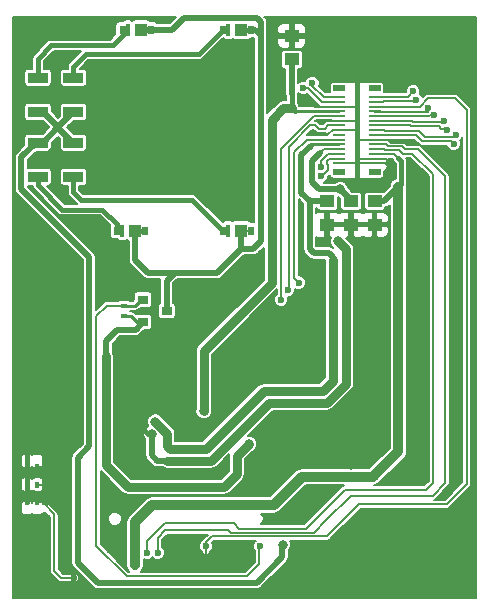
<source format=gtl>
G04 #@! TF.FileFunction,Copper,L1,Top,Signal*
%FSLAX46Y46*%
G04 Gerber Fmt 4.6, Leading zero omitted, Abs format (unit mm)*
G04 Created by KiCad (PCBNEW 4.0.6) date Mon Apr 10 16:51:52 2017*
%MOMM*%
%LPD*%
G01*
G04 APERTURE LIST*
%ADD10C,0.100000*%
%ADD11R,1.250000X1.000000*%
%ADD12R,1.000000X0.240000*%
%ADD13R,1.000000X0.500000*%
%ADD14R,1.020000X1.140000*%
%ADD15R,0.630000X0.800000*%
%ADD16R,0.300000X1.140000*%
%ADD17R,0.600000X0.800000*%
%ADD18R,0.900000X0.800000*%
%ADD19R,1.700000X0.900000*%
%ADD20R,0.600000X0.400000*%
%ADD21R,0.400000X0.600000*%
%ADD22C,0.800000*%
%ADD23C,0.600000*%
%ADD24C,0.762000*%
%ADD25C,0.508000*%
%ADD26C,0.254000*%
%ADD27C,0.381000*%
%ADD28C,0.150000*%
%ADD29C,0.885000*%
%ADD30C,0.203200*%
%ADD31C,0.180000*%
%ADD32C,0.200000*%
G04 APERTURE END LIST*
D10*
D11*
X84000000Y-55000000D03*
X84000000Y-57000000D03*
X82000000Y-55000000D03*
X82000000Y-57000000D03*
X79000000Y-43000000D03*
X79000000Y-41000000D03*
D12*
X86000000Y-51800000D03*
X83000000Y-51800000D03*
X86000000Y-51400000D03*
X83000000Y-51400000D03*
X86000000Y-51000000D03*
X83000000Y-51000000D03*
X86000000Y-50600000D03*
X83000000Y-50600000D03*
X86000000Y-50200000D03*
X83000000Y-50200000D03*
X86000000Y-49800000D03*
X83000000Y-49800000D03*
X86000000Y-49400000D03*
X83000000Y-49400000D03*
X86000000Y-49000000D03*
X83000000Y-49000000D03*
X86000000Y-48600000D03*
X83000000Y-48600000D03*
X86000000Y-48200000D03*
X83000000Y-48200000D03*
X86000000Y-47800000D03*
X83000000Y-47800000D03*
X86000000Y-47400000D03*
X83000000Y-47400000D03*
X86000000Y-47000000D03*
X83000000Y-47000000D03*
X86000000Y-46600000D03*
X83000000Y-46600000D03*
X86000000Y-46200000D03*
X83000000Y-46200000D03*
D13*
X83000000Y-52550000D03*
X86000000Y-52550000D03*
X83000000Y-45450000D03*
X86000000Y-45450000D03*
D14*
X65730000Y-57500000D03*
D15*
X66555000Y-57500000D03*
D16*
X64620000Y-57500000D03*
D17*
X64170000Y-57500000D03*
D14*
X74730000Y-57500000D03*
D15*
X75555000Y-57500000D03*
D16*
X73620000Y-57500000D03*
D17*
X73170000Y-57500000D03*
D14*
X74730000Y-40500000D03*
D15*
X75555000Y-40500000D03*
D16*
X73620000Y-40500000D03*
D17*
X73170000Y-40500000D03*
D14*
X66230000Y-40500000D03*
D15*
X67055000Y-40500000D03*
D16*
X65120000Y-40500000D03*
D17*
X64670000Y-40500000D03*
D18*
X66400000Y-63350000D03*
X66400000Y-65250000D03*
X68400000Y-64300000D03*
D19*
X57500000Y-50050000D03*
X57500000Y-52950000D03*
D20*
X64800000Y-63850000D03*
X64800000Y-64750000D03*
D19*
X60500000Y-50050000D03*
X60500000Y-52950000D03*
X60500000Y-47450000D03*
X60500000Y-44550000D03*
X57500000Y-47450000D03*
X57500000Y-44550000D03*
D11*
X86000000Y-55000000D03*
X86000000Y-57000000D03*
D21*
X56550000Y-80500000D03*
X57450000Y-80500000D03*
X56550000Y-77500000D03*
X57450000Y-77500000D03*
X56550000Y-79000000D03*
X57450000Y-79000000D03*
D22*
X67440000Y-73670000D03*
X71540000Y-72790000D03*
D23*
X81430000Y-52910000D03*
D22*
X65710000Y-85850000D03*
D23*
X81490000Y-52130000D03*
X58540000Y-78990000D03*
X66750000Y-84770000D03*
X58460000Y-77700000D03*
X67640000Y-84780000D03*
X79580000Y-61900000D03*
X92690000Y-50140000D03*
X92880000Y-49370000D03*
X92100000Y-48980000D03*
X78690000Y-62510000D03*
X91850000Y-48220000D03*
X91026932Y-47676932D03*
X78110000Y-63360000D03*
X90493068Y-47143068D03*
X66670000Y-86200000D03*
X60590000Y-86910000D03*
X71750000Y-84240000D03*
X89510000Y-46440000D03*
X79970000Y-45430000D03*
X89290000Y-45700000D03*
X80740000Y-44980000D03*
X76320000Y-84220000D03*
D22*
X78210000Y-84090000D03*
X75360000Y-75560000D03*
D23*
X64780000Y-85280000D03*
X63630000Y-84510000D03*
X64110000Y-83870000D03*
X65320000Y-74790000D03*
X66410000Y-71750000D03*
X70270000Y-68150000D03*
X64340000Y-75320000D03*
X64320000Y-76130000D03*
X70180000Y-75060000D03*
X69000000Y-73750000D03*
X87500000Y-78250000D03*
X85750000Y-76500000D03*
X85750000Y-71750000D03*
X85750000Y-69500000D03*
X89250000Y-54500000D03*
X89250000Y-56500000D03*
X89250000Y-58500000D03*
X89250000Y-60500000D03*
X89250000Y-62500000D03*
X89250000Y-64500000D03*
X89250000Y-66500000D03*
X89250000Y-68500000D03*
X89250000Y-69750000D03*
X89230000Y-52110000D03*
X89220000Y-50060000D03*
X87500000Y-51800000D03*
X85800000Y-53775000D03*
X84075000Y-53775000D03*
X84500000Y-44525000D03*
X80780000Y-49220000D03*
X81580000Y-48330000D03*
X80500000Y-46500000D03*
X93000000Y-56500000D03*
X93000000Y-54500000D03*
X93000000Y-52500000D03*
X93000000Y-51000000D03*
X93000000Y-68500000D03*
X93000000Y-66500000D03*
X93000000Y-64500000D03*
X93000000Y-62500000D03*
X93000000Y-60500000D03*
X93000000Y-58500000D03*
X93000000Y-78500000D03*
X93000000Y-76500000D03*
X93000000Y-74500000D03*
X93000000Y-72500000D03*
X93000000Y-70500000D03*
D22*
X78810000Y-81740000D03*
D23*
X87050000Y-81800000D03*
X85010000Y-83930000D03*
X89330000Y-81560000D03*
X84990000Y-81310000D03*
X83530000Y-82640000D03*
X82220000Y-84060000D03*
X79960000Y-84140000D03*
D22*
X87370000Y-86120000D03*
X88760000Y-84760000D03*
X90130000Y-83290000D03*
X90295000Y-86035000D03*
X92370000Y-81580000D03*
X91960000Y-84400000D03*
X88350000Y-87980000D03*
X67900000Y-85790000D03*
X81310000Y-62640000D03*
X80860000Y-69860000D03*
X74300000Y-71160000D03*
X72700000Y-72160000D03*
X78290000Y-77690000D03*
X79350000Y-76330000D03*
X81280000Y-73750000D03*
X82970000Y-73700000D03*
X84040000Y-77310000D03*
X81200000Y-77210000D03*
X79350000Y-73700000D03*
X77070000Y-73630000D03*
D23*
X73310000Y-84080000D03*
X64210000Y-69990000D03*
X60980000Y-69950000D03*
D22*
X82910000Y-58410000D03*
X83100000Y-54000000D03*
X67120000Y-74720000D03*
D24*
X71710000Y-75980000D02*
X76610000Y-71080000D01*
X70810000Y-75980000D02*
X71710000Y-75980000D01*
X67440000Y-73710000D02*
X68440000Y-74710000D01*
X68440000Y-74710000D02*
X68440000Y-75720000D01*
X68440000Y-75720000D02*
X68700000Y-75980000D01*
X68700000Y-75980000D02*
X70810000Y-75980000D01*
X67440000Y-73670000D02*
X67440000Y-73710000D01*
X81600000Y-71080000D02*
X82460000Y-70220000D01*
X76610000Y-71080000D02*
X81600000Y-71080000D01*
D25*
X82460000Y-59960000D02*
X82460000Y-59720000D01*
D24*
X82460000Y-70220000D02*
X82460000Y-59960000D01*
D25*
X80500000Y-59050000D02*
X80500000Y-55000000D01*
X80850000Y-59400000D02*
X80500000Y-59050000D01*
X82140000Y-59400000D02*
X80850000Y-59400000D01*
X82460000Y-59720000D02*
X82140000Y-59400000D01*
D26*
X83000000Y-50200000D02*
X80700000Y-50200000D01*
D25*
X80500000Y-55000000D02*
X79800000Y-54300000D01*
X79800000Y-54300000D02*
X79800000Y-51100000D01*
X79800000Y-51100000D02*
X80600000Y-50300000D01*
X80500000Y-55000000D02*
X82000000Y-55000000D01*
D26*
X80700000Y-50200000D02*
X80600000Y-50300000D01*
D24*
X71540000Y-72790000D02*
X71540000Y-67710000D01*
X77300000Y-55740000D02*
X77300000Y-61950000D01*
X78270000Y-47160000D02*
X77300000Y-48130000D01*
X77300000Y-48130000D02*
X77300000Y-55740000D01*
X78270000Y-47160000D02*
X79000000Y-47160000D01*
X77300000Y-61950000D02*
X71540000Y-67710000D01*
X71540000Y-72790000D02*
X71560000Y-72810000D01*
D27*
X79000000Y-47160000D02*
X79000000Y-45930000D01*
D25*
X79000000Y-43000000D02*
X79000000Y-45930000D01*
D27*
X79240000Y-47400000D02*
X79000000Y-47160000D01*
D26*
X79240000Y-47400000D02*
X83000000Y-47400000D01*
D28*
X82170000Y-51400000D02*
X81950000Y-51620000D01*
X81950000Y-51620000D02*
X81950000Y-51850000D01*
X81950000Y-51850000D02*
X82060000Y-51960000D01*
X82060000Y-51960000D02*
X82060000Y-52380000D01*
X82060000Y-52380000D02*
X81530000Y-52910000D01*
X81530000Y-52910000D02*
X81430000Y-52910000D01*
X83000000Y-51400000D02*
X82170000Y-51400000D01*
D27*
X88275000Y-52225000D02*
X88275000Y-53525000D01*
X88275000Y-53525000D02*
X88020000Y-53780000D01*
X88020000Y-51350000D02*
X88020000Y-51370000D01*
X88020000Y-51370000D02*
X88275000Y-51625000D01*
X88275000Y-51625000D02*
X88275000Y-52225000D01*
D29*
X67190000Y-80730000D02*
X65710000Y-82210000D01*
X65710000Y-85850000D02*
X65710000Y-82210000D01*
X88020000Y-76190000D02*
X88020000Y-53780000D01*
X77460000Y-80730000D02*
X71630000Y-80730000D01*
X79860000Y-78330000D02*
X77460000Y-80730000D01*
X85880000Y-78330000D02*
X79860000Y-78330000D01*
X88020000Y-76190000D02*
X85880000Y-78330000D01*
X71630000Y-80730000D02*
X67190000Y-80730000D01*
D30*
X87670000Y-51000000D02*
X88020000Y-51350000D01*
X86000000Y-51000000D02*
X87670000Y-51000000D01*
D25*
X86800000Y-55000000D02*
X86000000Y-55000000D01*
X88020000Y-53780000D02*
X86800000Y-55000000D01*
D28*
X82350000Y-51000000D02*
X82090000Y-51000000D01*
X82350000Y-51000000D02*
X83000000Y-51000000D01*
X81450000Y-51640000D02*
X81450000Y-51960000D01*
X82090000Y-51000000D02*
X81450000Y-51640000D01*
X81450000Y-52090000D02*
X81450000Y-51960000D01*
X81490000Y-52130000D02*
X81450000Y-52090000D01*
X57450000Y-79000000D02*
X58530000Y-79000000D01*
X58530000Y-79000000D02*
X58540000Y-78990000D01*
X86000000Y-50600000D02*
X86851602Y-50600000D01*
X86851602Y-50600000D02*
X86925000Y-50673398D01*
X86925000Y-50673398D02*
X88098398Y-50673398D01*
X88098398Y-50673398D02*
X88400000Y-50975000D01*
X88400000Y-50975000D02*
X89175000Y-50975000D01*
X75030000Y-82730000D02*
X80200000Y-82730000D01*
X90950000Y-55400000D02*
X90950000Y-78860000D01*
X89175000Y-50975000D02*
X90950000Y-52750000D01*
X90950000Y-52750000D02*
X90950000Y-55400000D01*
X90380000Y-79430000D02*
X83640000Y-79430000D01*
X90950000Y-78860000D02*
X90380000Y-79430000D01*
X74090000Y-82300000D02*
X74520000Y-82730000D01*
X74520000Y-82730000D02*
X75030000Y-82730000D01*
X74090000Y-82300000D02*
X73910000Y-82300000D01*
X83500000Y-79430000D02*
X83640000Y-79430000D01*
X80200000Y-82730000D02*
X83500000Y-79430000D01*
X73920000Y-82300000D02*
X73910000Y-82300000D01*
X73910000Y-82300000D02*
X68230000Y-82300000D01*
X68230000Y-82300000D02*
X66750000Y-83780000D01*
X66750000Y-83780000D02*
X66750000Y-84770000D01*
X58460000Y-77700000D02*
X58260000Y-77500000D01*
X58260000Y-77500000D02*
X57450000Y-77500000D01*
X86000000Y-50200000D02*
X86976604Y-50200000D01*
X86976604Y-50200000D02*
X87150000Y-50373396D01*
X87150000Y-50373396D02*
X88323398Y-50373396D01*
X88323398Y-50373396D02*
X88575002Y-50625000D01*
X88575002Y-50625000D02*
X89695000Y-50625000D01*
X73410000Y-82860000D02*
X73600002Y-82860000D01*
X83970000Y-79940000D02*
X81930000Y-81980000D01*
X89695000Y-50625000D02*
X91980000Y-52910000D01*
X91980000Y-52910000D02*
X91980000Y-78870000D01*
X91980000Y-78870000D02*
X90910000Y-79940000D01*
X90910000Y-79940000D02*
X84160000Y-79940000D01*
X73410000Y-82860000D02*
X68280000Y-82860000D01*
X68280000Y-82860000D02*
X67640000Y-83500000D01*
X67640000Y-83500000D02*
X67640000Y-84780000D01*
X84160000Y-79940000D02*
X83970000Y-79940000D01*
X80840002Y-83069998D02*
X81930000Y-81980000D01*
X73810000Y-83069998D02*
X80840002Y-83069998D01*
X73600002Y-82860000D02*
X73810000Y-83069998D01*
X79200000Y-53630000D02*
X79200000Y-61520000D01*
X80240000Y-49800000D02*
X79200000Y-50840000D01*
X79200000Y-53570000D02*
X79200000Y-53630000D01*
X79200000Y-50840000D02*
X79200000Y-53570000D01*
X83000000Y-49800000D02*
X80240000Y-49800000D01*
X79200000Y-61520000D02*
X79580000Y-61900000D01*
D30*
X89520000Y-49400000D02*
X86000000Y-49400000D01*
X90030000Y-49910000D02*
X89520000Y-49400000D01*
X92460000Y-49910000D02*
X90030000Y-49910000D01*
X92690000Y-50140000D02*
X92460000Y-49910000D01*
X87630000Y-49046798D02*
X89760000Y-49046798D01*
X86833202Y-49000000D02*
X86880000Y-49046798D01*
X86880000Y-49046798D02*
X87630000Y-49046798D01*
X86833202Y-49000000D02*
X86000000Y-49000000D01*
X92693202Y-49556798D02*
X92880000Y-49370000D01*
X90270000Y-49556798D02*
X92693202Y-49556798D01*
X89760000Y-49046798D02*
X90270000Y-49556798D01*
X87590000Y-48570000D02*
X88970000Y-48570000D01*
X92100000Y-48980000D02*
X91980000Y-48860000D01*
X91980000Y-48860000D02*
X91626798Y-48860000D01*
X91626798Y-48860000D02*
X91420000Y-48653202D01*
X91420000Y-48653202D02*
X90810000Y-48653202D01*
X86633202Y-48600000D02*
X86663202Y-48570000D01*
X86663202Y-48570000D02*
X87590000Y-48570000D01*
X86633202Y-48600000D02*
X86000000Y-48600000D01*
X90793202Y-48670000D02*
X90810000Y-48653202D01*
X89070000Y-48670000D02*
X90793202Y-48670000D01*
X88970000Y-48570000D02*
X89070000Y-48670000D01*
D28*
X82250000Y-48600000D02*
X82100000Y-48600000D01*
X82100000Y-48600000D02*
X81820000Y-48880000D01*
X81820000Y-48880000D02*
X81270000Y-48880000D01*
X81270000Y-48880000D02*
X80980000Y-48590000D01*
X80980000Y-48590000D02*
X80560000Y-48590000D01*
X80560000Y-48590000D02*
X78740000Y-50410000D01*
X78740000Y-50410000D02*
X78740000Y-50710000D01*
X83000000Y-48600000D02*
X82250000Y-48600000D01*
X82250000Y-48600000D02*
X82210000Y-48600000D01*
X78690000Y-62510000D02*
X78740000Y-62510000D01*
X78690000Y-62510000D02*
X78740000Y-62510000D01*
X78740000Y-54090000D02*
X78740000Y-62510000D01*
X78740000Y-50710000D02*
X78740000Y-54090000D01*
X78740000Y-54090000D02*
X78740000Y-54120000D01*
D30*
X86000000Y-48200000D02*
X89180000Y-48200000D01*
X91770000Y-48300000D02*
X91850000Y-48220000D01*
X89280000Y-48300000D02*
X91770000Y-48300000D01*
X89180000Y-48200000D02*
X89280000Y-48300000D01*
X86000000Y-47800000D02*
X90623285Y-47800000D01*
X90623285Y-47800000D02*
X90723635Y-47699650D01*
X90723635Y-47699650D02*
X90760228Y-47699650D01*
X90782946Y-47676932D02*
X91026932Y-47676932D01*
X90760228Y-47699650D02*
X90782946Y-47676932D01*
D28*
X80880000Y-47800000D02*
X78110000Y-50570000D01*
X78110000Y-50570000D02*
X78110000Y-63360000D01*
X83000000Y-47800000D02*
X80880000Y-47800000D01*
D30*
X86000000Y-47400000D02*
X86028399Y-47428399D01*
X86701281Y-47428399D02*
X86714683Y-47441801D01*
X86028399Y-47428399D02*
X86701281Y-47428399D01*
X86714683Y-47441801D02*
X90474914Y-47441801D01*
X90474914Y-47441801D02*
X90493068Y-47423647D01*
X90493068Y-47423647D02*
X90493068Y-47143068D01*
D28*
X57450000Y-80500000D02*
X57900000Y-80500000D01*
X57900000Y-80500000D02*
X58890000Y-81490000D01*
X58890000Y-81490000D02*
X58890000Y-81630000D01*
X71750000Y-84240000D02*
X71750000Y-85440000D01*
X71750000Y-85440000D02*
X70760000Y-86430000D01*
X70760000Y-86430000D02*
X69240000Y-86430000D01*
X66670000Y-86200000D02*
X66900000Y-86430000D01*
X66900000Y-86430000D02*
X69240000Y-86430000D01*
X58890000Y-81630000D02*
X58890000Y-86340000D01*
X58890000Y-86340000D02*
X59460000Y-86910000D01*
X59460000Y-86910000D02*
X60590000Y-86910000D01*
X76390000Y-83370000D02*
X81960000Y-83370000D01*
X71750000Y-83880000D02*
X72260000Y-83370000D01*
X72260000Y-83370000D02*
X76390000Y-83370000D01*
X84660000Y-80670000D02*
X82940000Y-82390000D01*
X71750000Y-83880000D02*
X71750000Y-84240000D01*
X81960000Y-83370000D02*
X82940000Y-82390000D01*
X71750000Y-84240000D02*
X71750000Y-84580000D01*
X85300000Y-80670000D02*
X84660000Y-80670000D01*
X93810000Y-50900000D02*
X93810000Y-78970000D01*
X89810000Y-47000000D02*
X90500000Y-46310000D01*
X90500000Y-46310000D02*
X92800000Y-46310000D01*
X92800000Y-46310000D02*
X93810000Y-47320000D01*
X93810000Y-47320000D02*
X93810000Y-50900000D01*
X89810000Y-47000000D02*
X86000000Y-47000000D01*
X92110000Y-80670000D02*
X85300000Y-80670000D01*
X93810000Y-78970000D02*
X92110000Y-80670000D01*
X84660000Y-80670000D02*
X84630000Y-80670000D01*
D30*
X86700000Y-46600000D02*
X86000000Y-46600000D01*
X86740000Y-46560000D02*
X86700000Y-46600000D01*
X89390000Y-46560000D02*
X86740000Y-46560000D01*
X89510000Y-46440000D02*
X89390000Y-46560000D01*
X83000000Y-46600000D02*
X81530000Y-46600000D01*
X80360000Y-45430000D02*
X79970000Y-45430000D01*
X81530000Y-46600000D02*
X80360000Y-45430000D01*
X86000000Y-46200000D02*
X87050000Y-46200000D01*
X89290000Y-45700000D02*
X88790000Y-46200000D01*
X88790000Y-46200000D02*
X87050000Y-46200000D01*
X83000000Y-46200000D02*
X81680000Y-46200000D01*
X80740000Y-45260000D02*
X80740000Y-44980000D01*
X81680000Y-46200000D02*
X80740000Y-45260000D01*
D25*
X69070000Y-61080000D02*
X66820000Y-61080000D01*
X65730000Y-59620000D02*
X65730000Y-57500000D01*
X65730000Y-59990000D02*
X65730000Y-59620000D01*
X66820000Y-61080000D02*
X65730000Y-59990000D01*
X68400000Y-64300000D02*
X68400000Y-61750000D01*
X72690000Y-61080000D02*
X74730000Y-59040000D01*
X69070000Y-61080000D02*
X72690000Y-61080000D01*
X68400000Y-61750000D02*
X69070000Y-61080000D01*
D31*
X66230000Y-40500000D02*
X67055000Y-40500000D01*
X75555000Y-57500000D02*
X74730000Y-57500000D01*
D27*
X65730000Y-57500000D02*
X66555000Y-57500000D01*
X74730000Y-40500000D02*
X75555000Y-40500000D01*
D25*
X76380000Y-40970000D02*
X76380000Y-39860000D01*
X68890000Y-40500000D02*
X69900000Y-39490000D01*
X69900000Y-39490000D02*
X74360000Y-39490000D01*
X68890000Y-40500000D02*
X66230000Y-40500000D01*
X76010000Y-39490000D02*
X74360000Y-39490000D01*
X76380000Y-39860000D02*
X76010000Y-39490000D01*
X76380000Y-43050000D02*
X76380000Y-40970000D01*
X74730000Y-59040000D02*
X75730000Y-59040000D01*
X76380000Y-58390000D02*
X76380000Y-56660000D01*
X75730000Y-59040000D02*
X76380000Y-58390000D01*
X76380000Y-56660000D02*
X76380000Y-43050000D01*
X75910000Y-40500000D02*
X75555000Y-40500000D01*
X76380000Y-40970000D02*
X75910000Y-40500000D01*
X74730000Y-57500000D02*
X74730000Y-59040000D01*
D31*
X64620000Y-57500000D02*
X64170000Y-57500000D01*
D27*
X57500000Y-52950000D02*
X57500000Y-53660000D01*
X64170000Y-56960000D02*
X64170000Y-57500000D01*
X62930000Y-55720000D02*
X64170000Y-56960000D01*
X59560000Y-55720000D02*
X62930000Y-55720000D01*
X57500000Y-53660000D02*
X59560000Y-55720000D01*
D31*
X73620000Y-57500000D02*
X73170000Y-57500000D01*
D27*
X60500000Y-52950000D02*
X60500000Y-54260000D01*
X70560000Y-54890000D02*
X73170000Y-57500000D01*
X61130000Y-54890000D02*
X70560000Y-54890000D01*
X60500000Y-54260000D02*
X61130000Y-54890000D01*
D31*
X73170000Y-40500000D02*
X73620000Y-40500000D01*
D27*
X60500000Y-44550000D02*
X60500000Y-43620000D01*
X71100000Y-42570000D02*
X73170000Y-40500000D01*
X61550000Y-42570000D02*
X71100000Y-42570000D01*
X60500000Y-43620000D02*
X61550000Y-42570000D01*
D31*
X64670000Y-40500000D02*
X65120000Y-40500000D01*
D27*
X57500000Y-44550000D02*
X57500000Y-42950000D01*
X64670000Y-40980000D02*
X64670000Y-40500000D01*
X63830000Y-41820000D02*
X64670000Y-40980000D01*
X58630000Y-41820000D02*
X63830000Y-41820000D01*
X57500000Y-42950000D02*
X58630000Y-41820000D01*
D28*
X62450000Y-73820000D02*
X62450000Y-64730000D01*
X63330000Y-63850000D02*
X64800000Y-63850000D01*
X62450000Y-64730000D02*
X63330000Y-63850000D01*
D26*
X66400000Y-63350000D02*
X66220000Y-63350000D01*
X66220000Y-63350000D02*
X65720000Y-63850000D01*
X65720000Y-63850000D02*
X64800000Y-63850000D01*
D28*
X62450000Y-84220000D02*
X62450000Y-73820000D01*
X62450000Y-73820000D02*
X62450000Y-73690000D01*
X65000000Y-86770000D02*
X62450000Y-84220000D01*
X75200000Y-86770000D02*
X65000000Y-86770000D01*
X76250000Y-85720000D02*
X75200000Y-86770000D01*
X76250000Y-84290000D02*
X76250000Y-85720000D01*
X76320000Y-84220000D02*
X76250000Y-84290000D01*
D25*
X57500000Y-50050000D02*
X57340000Y-50050000D01*
X57340000Y-50050000D02*
X56080000Y-51310000D01*
X76020000Y-87310000D02*
X63920000Y-87310000D01*
X78200000Y-85130000D02*
X76020000Y-87310000D01*
X78200000Y-84100000D02*
X78200000Y-85130000D01*
X78210000Y-84090000D02*
X78200000Y-84100000D01*
X62580000Y-87310000D02*
X63920000Y-87310000D01*
X60880000Y-85610000D02*
X62580000Y-87310000D01*
X60880000Y-76740000D02*
X60880000Y-85610000D01*
X61840000Y-75780000D02*
X60880000Y-76740000D01*
X61840000Y-59760000D02*
X61840000Y-75780000D01*
X56080000Y-54000000D02*
X61840000Y-59760000D01*
X56080000Y-51310000D02*
X56080000Y-54000000D01*
X57500000Y-50050000D02*
X57920000Y-50050000D01*
X57920000Y-50050000D02*
X59230000Y-48740000D01*
X57500000Y-47450000D02*
X57940000Y-47450000D01*
X57940000Y-47450000D02*
X59230000Y-48740000D01*
X59230000Y-48720000D02*
X59230000Y-48740000D01*
X59230000Y-48740000D02*
X59230000Y-48780000D01*
X59230000Y-48780000D02*
X60500000Y-50050000D01*
X59230000Y-48720000D02*
X60500000Y-47450000D01*
D26*
X64800000Y-64750000D02*
X65390000Y-64750000D01*
X65890000Y-65250000D02*
X66400000Y-65250000D01*
X65390000Y-64750000D02*
X65890000Y-65250000D01*
D25*
X63260000Y-68120000D02*
X63260000Y-66850000D01*
D24*
X70670000Y-79210000D02*
X65130000Y-79210000D01*
X63260000Y-77340000D02*
X65130000Y-79210000D01*
X63260000Y-68120000D02*
X63260000Y-77340000D01*
D25*
X65770000Y-65880000D02*
X66400000Y-65250000D01*
X64230000Y-65880000D02*
X65770000Y-65880000D01*
X63260000Y-66850000D02*
X64230000Y-65880000D01*
D24*
X73240000Y-79210000D02*
X74350000Y-78100000D01*
X74350000Y-78100000D02*
X74350000Y-76570000D01*
X74350000Y-76570000D02*
X75360000Y-75560000D01*
X70670000Y-79210000D02*
X73240000Y-79210000D01*
X70670000Y-79210000D02*
X70770000Y-79210000D01*
D28*
X65320000Y-74790000D02*
X65300000Y-74770000D01*
X65300000Y-74770000D02*
X65300000Y-72860000D01*
X65300000Y-72860000D02*
X66410000Y-71750000D01*
D30*
X85750000Y-71750000D02*
X85750000Y-69500000D01*
X89230000Y-52110000D02*
X89230000Y-54480000D01*
X89230000Y-54480000D02*
X89250000Y-54500000D01*
X89250000Y-56500000D02*
X89250000Y-58500000D01*
X89250000Y-60500000D02*
X89250000Y-62500000D01*
X89250000Y-64500000D02*
X89250000Y-66500000D01*
X89250000Y-68500000D02*
X89250000Y-69750000D01*
D27*
X87410000Y-49900000D02*
X89060000Y-49900000D01*
X89060000Y-49900000D02*
X89220000Y-50060000D01*
D26*
X87250000Y-49900000D02*
X87410000Y-49900000D01*
X87410000Y-49900000D02*
X87430000Y-49900000D01*
D30*
X86000000Y-49800000D02*
X87150000Y-49800000D01*
X87150000Y-49800000D02*
X87250000Y-49900000D01*
D31*
X87500000Y-51800000D02*
X86000000Y-51800000D01*
X87325000Y-51775000D02*
X87475000Y-51775000D01*
X87475000Y-51775000D02*
X87500000Y-51800000D01*
X86000000Y-51400000D02*
X86950000Y-51400000D01*
X86950000Y-51400000D02*
X87325000Y-51775000D01*
D27*
X84500000Y-53350000D02*
X84500000Y-53425000D01*
X84500000Y-53425000D02*
X84850000Y-53775000D01*
X84075000Y-53775000D02*
X84850000Y-53775000D01*
X84850000Y-53775000D02*
X85800000Y-53775000D01*
X84500000Y-52500000D02*
X84500000Y-53350000D01*
X84500000Y-53350000D02*
X84075000Y-53775000D01*
X84500000Y-46075000D02*
X84500000Y-44525000D01*
D31*
X83000000Y-48200000D02*
X84500000Y-48200000D01*
X84500000Y-48200000D02*
X84400000Y-48200000D01*
X84400000Y-48200000D02*
X84500000Y-48200000D01*
X83000000Y-49000000D02*
X84500000Y-49000000D01*
X84500000Y-49000000D02*
X84400000Y-49000000D01*
X84400000Y-49000000D02*
X84500000Y-49000000D01*
X86000000Y-49800000D02*
X84500000Y-49800000D01*
X84500000Y-49800000D02*
X84575000Y-49800000D01*
X84575000Y-49800000D02*
X84500000Y-49800000D01*
X86000000Y-51400000D02*
X84500000Y-51400000D01*
X84500000Y-51400000D02*
X84475000Y-51400000D01*
X84475000Y-51400000D02*
X84500000Y-51400000D01*
X84425000Y-51800000D02*
X86000000Y-51800000D01*
X83000000Y-51800000D02*
X84500000Y-51800000D01*
X84500000Y-51800000D02*
X84425000Y-51800000D01*
X84425000Y-51800000D02*
X84500000Y-51800000D01*
D27*
X84500000Y-46000000D02*
X84500000Y-46075000D01*
X84500000Y-46075000D02*
X84500000Y-48200000D01*
X84500000Y-48200000D02*
X84500000Y-49000000D01*
X84500000Y-49000000D02*
X84500000Y-49800000D01*
X84500000Y-49800000D02*
X84500000Y-51400000D01*
X84500000Y-51400000D02*
X84500000Y-51800000D01*
X84500000Y-51800000D02*
X84500000Y-52500000D01*
D30*
X83000000Y-47000000D02*
X84500000Y-47000000D01*
X84500000Y-47000000D02*
X84500000Y-46000000D01*
D28*
X81510000Y-49340000D02*
X80900000Y-49340000D01*
X80900000Y-49340000D02*
X80780000Y-49220000D01*
D31*
X83000000Y-49000000D02*
X82440000Y-49000000D01*
X82440000Y-49000000D02*
X82100000Y-49340000D01*
X82100000Y-49340000D02*
X81510000Y-49340000D01*
X83000000Y-48200000D02*
X81710000Y-48200000D01*
X81710000Y-48200000D02*
X81580000Y-48330000D01*
X83000000Y-47000000D02*
X81000000Y-47000000D01*
X81000000Y-47000000D02*
X80500000Y-46500000D01*
D26*
X93000000Y-58500000D02*
X93000000Y-56500000D01*
X93000000Y-54500000D02*
X93000000Y-52500000D01*
X93000000Y-70500000D02*
X93000000Y-68500000D01*
X93000000Y-66500000D02*
X93000000Y-64500000D01*
X93000000Y-62500000D02*
X93000000Y-60500000D01*
X93000000Y-78500000D02*
X93000000Y-76500000D01*
X93000000Y-74500000D02*
X93000000Y-72500000D01*
X85010000Y-83930000D02*
X80170000Y-83930000D01*
X87290000Y-81560000D02*
X87050000Y-81800000D01*
X88760000Y-84760000D02*
X88760000Y-82130000D01*
X88760000Y-82130000D02*
X89330000Y-81560000D01*
X89330000Y-81560000D02*
X87290000Y-81560000D01*
X83530000Y-82750000D02*
X83530000Y-82640000D01*
X82220000Y-84060000D02*
X83530000Y-82750000D01*
X80170000Y-83930000D02*
X79960000Y-84140000D01*
X88760000Y-84760000D02*
X88730000Y-84760000D01*
X88730000Y-84760000D02*
X87370000Y-86120000D01*
X90035000Y-86035000D02*
X88760000Y-84760000D01*
X90295000Y-86035000D02*
X90035000Y-86035000D01*
X92430000Y-81640000D02*
X92450000Y-81640000D01*
X92370000Y-81580000D02*
X92430000Y-81640000D01*
X91930000Y-84400000D02*
X91960000Y-84400000D01*
X88350000Y-87980000D02*
X90295000Y-86035000D01*
X90295000Y-86035000D02*
X91930000Y-84400000D01*
D27*
X81310000Y-69410000D02*
X81310000Y-62640000D01*
X80860000Y-69860000D02*
X81310000Y-69410000D01*
X73700000Y-71160000D02*
X74300000Y-71160000D01*
X72700000Y-72160000D02*
X73700000Y-71160000D01*
D26*
X78290000Y-77690000D02*
X78290000Y-77390000D01*
X79350000Y-76330000D02*
X79350000Y-73700000D01*
X78290000Y-77390000D02*
X79350000Y-76330000D01*
X79350000Y-73700000D02*
X81230000Y-73700000D01*
X81230000Y-73700000D02*
X81280000Y-73750000D01*
X82970000Y-73700000D02*
X83100000Y-73830000D01*
X83100000Y-73830000D02*
X83100000Y-76370000D01*
X83100000Y-76370000D02*
X84040000Y-77310000D01*
D27*
X56550000Y-80500000D02*
X56550000Y-79000000D01*
X56550000Y-77500000D02*
X56550000Y-79000000D01*
X67120000Y-74720000D02*
X66840000Y-74720000D01*
X66840000Y-74720000D02*
X66400000Y-74280000D01*
X66400000Y-74280000D02*
X66400000Y-73020000D01*
X66400000Y-73020000D02*
X67470000Y-71950000D01*
X67470000Y-71950000D02*
X67470000Y-70950000D01*
X67470000Y-70950000D02*
X66510000Y-69990000D01*
X66510000Y-69990000D02*
X64210000Y-69990000D01*
X60980000Y-69950000D02*
X56550000Y-74380000D01*
X56550000Y-74380000D02*
X56550000Y-77500000D01*
D24*
X83600000Y-60590000D02*
X83600000Y-70460000D01*
X83600000Y-59100000D02*
X83600000Y-60590000D01*
X82910000Y-58410000D02*
X83600000Y-59100000D01*
X72160000Y-77000000D02*
X68460000Y-77000000D01*
X77090000Y-72070000D02*
X72160000Y-77000000D01*
X81990000Y-72070000D02*
X77090000Y-72070000D01*
X83600000Y-70460000D02*
X81990000Y-72070000D01*
D25*
X67610000Y-77000000D02*
X67120000Y-76510000D01*
X67120000Y-74720000D02*
X67120000Y-76510000D01*
X67610000Y-77000000D02*
X68460000Y-77000000D01*
D24*
X68460000Y-77000000D02*
X68450000Y-77000000D01*
D30*
X83000000Y-50600000D02*
X81700000Y-50600000D01*
D25*
X80700000Y-51600000D02*
X81350000Y-50950000D01*
X80700000Y-53400000D02*
X80700000Y-51600000D01*
X81300000Y-54000000D02*
X80700000Y-53400000D01*
X83100000Y-54000000D02*
X81300000Y-54000000D01*
X83100000Y-54000000D02*
X84000000Y-54900000D01*
D30*
X81700000Y-50600000D02*
X81350000Y-50950000D01*
D25*
X84000000Y-55000000D02*
X84000000Y-54900000D01*
D32*
G36*
X68660526Y-39946000D02*
X67627400Y-39946000D01*
X67589255Y-39886721D01*
X67489003Y-39818222D01*
X67370000Y-39794123D01*
X67009062Y-39794123D01*
X66959255Y-39716721D01*
X66859003Y-39648222D01*
X66740000Y-39624123D01*
X65720000Y-39624123D01*
X65608827Y-39645042D01*
X65506721Y-39710745D01*
X65495746Y-39726808D01*
X65489255Y-39716721D01*
X65389003Y-39648222D01*
X65270000Y-39624123D01*
X64970000Y-39624123D01*
X64858827Y-39645042D01*
X64756721Y-39710745D01*
X64699751Y-39794123D01*
X64370000Y-39794123D01*
X64258827Y-39815042D01*
X64156721Y-39880745D01*
X64088222Y-39980997D01*
X64064123Y-40100000D01*
X64064123Y-40892205D01*
X63626828Y-41329500D01*
X58630000Y-41329500D01*
X58442293Y-41366837D01*
X58283164Y-41473164D01*
X57153164Y-42603164D01*
X57046837Y-42762294D01*
X57009500Y-42950000D01*
X57009500Y-43794123D01*
X56650000Y-43794123D01*
X56538827Y-43815042D01*
X56436721Y-43880745D01*
X56368222Y-43980997D01*
X56344123Y-44100000D01*
X56344123Y-45000000D01*
X56365042Y-45111173D01*
X56430745Y-45213279D01*
X56530997Y-45281778D01*
X56650000Y-45305877D01*
X58350000Y-45305877D01*
X58461173Y-45284958D01*
X58563279Y-45219255D01*
X58631778Y-45119003D01*
X58655877Y-45000000D01*
X58655877Y-44100000D01*
X58634958Y-43988827D01*
X58569255Y-43886721D01*
X58469003Y-43818222D01*
X58350000Y-43794123D01*
X57990500Y-43794123D01*
X57990500Y-43153172D01*
X58833172Y-42310500D01*
X61115828Y-42310500D01*
X60153164Y-43273164D01*
X60046837Y-43432294D01*
X60009500Y-43620000D01*
X60009500Y-43794123D01*
X59650000Y-43794123D01*
X59538827Y-43815042D01*
X59436721Y-43880745D01*
X59368222Y-43980997D01*
X59344123Y-44100000D01*
X59344123Y-45000000D01*
X59365042Y-45111173D01*
X59430745Y-45213279D01*
X59530997Y-45281778D01*
X59650000Y-45305877D01*
X61350000Y-45305877D01*
X61461173Y-45284958D01*
X61563279Y-45219255D01*
X61631778Y-45119003D01*
X61655877Y-45000000D01*
X61655877Y-44100000D01*
X61634958Y-43988827D01*
X61569255Y-43886721D01*
X61469003Y-43818222D01*
X61350000Y-43794123D01*
X61019549Y-43794123D01*
X61753172Y-43060500D01*
X71100000Y-43060500D01*
X71287706Y-43023163D01*
X71446836Y-42916836D01*
X73157795Y-41205877D01*
X73200938Y-41205877D01*
X73250745Y-41283279D01*
X73350997Y-41351778D01*
X73470000Y-41375877D01*
X73770000Y-41375877D01*
X73881173Y-41354958D01*
X73983279Y-41289255D01*
X73994254Y-41273192D01*
X74000745Y-41283279D01*
X74100997Y-41351778D01*
X74220000Y-41375877D01*
X75240000Y-41375877D01*
X75351173Y-41354958D01*
X75453279Y-41289255D01*
X75510249Y-41205877D01*
X75826000Y-41205877D01*
X75826000Y-56794123D01*
X75509062Y-56794123D01*
X75459255Y-56716721D01*
X75359003Y-56648222D01*
X75240000Y-56624123D01*
X74220000Y-56624123D01*
X74108827Y-56645042D01*
X74006721Y-56710745D01*
X73995746Y-56726808D01*
X73989255Y-56716721D01*
X73889003Y-56648222D01*
X73770000Y-56624123D01*
X73470000Y-56624123D01*
X73358827Y-56645042D01*
X73256721Y-56710745D01*
X73199751Y-56794123D01*
X73157795Y-56794123D01*
X70906836Y-54543164D01*
X70747706Y-54436837D01*
X70560000Y-54399500D01*
X61333172Y-54399500D01*
X60990500Y-54056828D01*
X60990500Y-53705877D01*
X61350000Y-53705877D01*
X61461173Y-53684958D01*
X61563279Y-53619255D01*
X61631778Y-53519003D01*
X61655877Y-53400000D01*
X61655877Y-52500000D01*
X61634958Y-52388827D01*
X61569255Y-52286721D01*
X61469003Y-52218222D01*
X61350000Y-52194123D01*
X59650000Y-52194123D01*
X59538827Y-52215042D01*
X59436721Y-52280745D01*
X59368222Y-52380997D01*
X59344123Y-52500000D01*
X59344123Y-53400000D01*
X59365042Y-53511173D01*
X59430745Y-53613279D01*
X59530997Y-53681778D01*
X59650000Y-53705877D01*
X60009500Y-53705877D01*
X60009500Y-54260000D01*
X60046837Y-54447706D01*
X60153164Y-54606836D01*
X60775828Y-55229500D01*
X59763172Y-55229500D01*
X58239549Y-53705877D01*
X58350000Y-53705877D01*
X58461173Y-53684958D01*
X58563279Y-53619255D01*
X58631778Y-53519003D01*
X58655877Y-53400000D01*
X58655877Y-52500000D01*
X58634958Y-52388827D01*
X58569255Y-52286721D01*
X58469003Y-52218222D01*
X58350000Y-52194123D01*
X56650000Y-52194123D01*
X56634000Y-52197134D01*
X56634000Y-51539474D01*
X57367597Y-50805877D01*
X58350000Y-50805877D01*
X58461173Y-50784958D01*
X58563279Y-50719255D01*
X58631778Y-50619003D01*
X58655877Y-50500000D01*
X58655877Y-50097597D01*
X59210000Y-49543474D01*
X59344123Y-49677597D01*
X59344123Y-50500000D01*
X59365042Y-50611173D01*
X59430745Y-50713279D01*
X59530997Y-50781778D01*
X59650000Y-50805877D01*
X61350000Y-50805877D01*
X61461173Y-50784958D01*
X61563279Y-50719255D01*
X61631778Y-50619003D01*
X61655877Y-50500000D01*
X61655877Y-49600000D01*
X61634958Y-49488827D01*
X61569255Y-49386721D01*
X61469003Y-49318222D01*
X61350000Y-49294123D01*
X60527597Y-49294123D01*
X59983474Y-48750000D01*
X60527597Y-48205877D01*
X61350000Y-48205877D01*
X61461173Y-48184958D01*
X61563279Y-48119255D01*
X61631778Y-48019003D01*
X61655877Y-47900000D01*
X61655877Y-47000000D01*
X61634958Y-46888827D01*
X61569255Y-46786721D01*
X61469003Y-46718222D01*
X61350000Y-46694123D01*
X59650000Y-46694123D01*
X59538827Y-46715042D01*
X59436721Y-46780745D01*
X59368222Y-46880997D01*
X59344123Y-47000000D01*
X59344123Y-47822403D01*
X59220000Y-47946526D01*
X58655877Y-47382403D01*
X58655877Y-47000000D01*
X58634958Y-46888827D01*
X58569255Y-46786721D01*
X58469003Y-46718222D01*
X58350000Y-46694123D01*
X56650000Y-46694123D01*
X56538827Y-46715042D01*
X56436721Y-46780745D01*
X56368222Y-46880997D01*
X56344123Y-47000000D01*
X56344123Y-47900000D01*
X56365042Y-48011173D01*
X56430745Y-48113279D01*
X56530997Y-48181778D01*
X56650000Y-48205877D01*
X57912403Y-48205877D01*
X58446526Y-48740000D01*
X57892403Y-49294123D01*
X56650000Y-49294123D01*
X56538827Y-49315042D01*
X56436721Y-49380745D01*
X56368222Y-49480997D01*
X56344123Y-49600000D01*
X56344123Y-50262403D01*
X55688263Y-50918263D01*
X55568171Y-51097993D01*
X55526000Y-51310000D01*
X55526000Y-54000000D01*
X55568171Y-54212007D01*
X55663826Y-54355165D01*
X55688263Y-54391737D01*
X61286000Y-59989474D01*
X61286000Y-75550526D01*
X60488263Y-76348263D01*
X60368171Y-76527993D01*
X60326000Y-76740000D01*
X60326000Y-85610000D01*
X60368171Y-85822007D01*
X60463716Y-85965000D01*
X60488263Y-86001737D01*
X62188263Y-87701737D01*
X62367993Y-87821829D01*
X62580000Y-87864000D01*
X76020000Y-87864000D01*
X76232007Y-87821829D01*
X76411737Y-87701737D01*
X78591737Y-85521737D01*
X78711830Y-85342006D01*
X78754000Y-85130000D01*
X78754000Y-84536035D01*
X78803085Y-84487036D01*
X78909878Y-84229850D01*
X78910121Y-83951372D01*
X78824850Y-83745000D01*
X81960000Y-83745000D01*
X82103507Y-83716455D01*
X82225165Y-83635165D01*
X84815330Y-81045000D01*
X92110000Y-81045000D01*
X92253507Y-81016455D01*
X92375165Y-80935165D01*
X94075165Y-79235165D01*
X94156455Y-79113507D01*
X94185000Y-78970000D01*
X94185000Y-47320000D01*
X94156455Y-47176494D01*
X94075165Y-47054835D01*
X93065165Y-46044835D01*
X92943507Y-45963545D01*
X92800000Y-45935000D01*
X90500000Y-45935000D01*
X90356494Y-45963545D01*
X90244466Y-46038400D01*
X90234835Y-46044835D01*
X90065776Y-46213894D01*
X90018952Y-46100571D01*
X89850317Y-45931641D01*
X89844490Y-45929221D01*
X89889896Y-45819871D01*
X89890104Y-45581176D01*
X89798952Y-45360571D01*
X89630317Y-45191641D01*
X89409871Y-45100104D01*
X89171176Y-45099896D01*
X88950571Y-45191048D01*
X88781641Y-45359683D01*
X88690104Y-45580129D01*
X88689972Y-45732080D01*
X88623652Y-45798400D01*
X86785950Y-45798400D01*
X86805877Y-45700000D01*
X86805877Y-45200000D01*
X86784958Y-45088827D01*
X86719255Y-44986721D01*
X86619003Y-44918222D01*
X86500000Y-44894123D01*
X85500000Y-44894123D01*
X85468767Y-44900000D01*
X83529021Y-44900000D01*
X83500000Y-44894123D01*
X82500000Y-44894123D01*
X82388827Y-44915042D01*
X82286721Y-44980745D01*
X82218222Y-45080997D01*
X82194123Y-45200000D01*
X82194123Y-45700000D01*
X82212639Y-45798400D01*
X81846348Y-45798400D01*
X81283540Y-45235592D01*
X81339896Y-45099871D01*
X81340104Y-44861176D01*
X81248952Y-44640571D01*
X81080317Y-44471641D01*
X80859871Y-44380104D01*
X80621176Y-44379896D01*
X80400571Y-44471048D01*
X80231641Y-44639683D01*
X80143350Y-44852311D01*
X80089871Y-44830104D01*
X79851176Y-44829896D01*
X79630571Y-44921048D01*
X79554000Y-44997485D01*
X79554000Y-43805877D01*
X79625000Y-43805877D01*
X79736173Y-43784958D01*
X79838279Y-43719255D01*
X79906778Y-43619003D01*
X79930877Y-43500000D01*
X79930877Y-42500000D01*
X79909958Y-42388827D01*
X79844255Y-42286721D01*
X79744003Y-42218222D01*
X79625000Y-42194123D01*
X78375000Y-42194123D01*
X78263827Y-42215042D01*
X78161721Y-42280745D01*
X78093222Y-42380997D01*
X78069123Y-42500000D01*
X78069123Y-43500000D01*
X78090042Y-43611173D01*
X78155745Y-43713279D01*
X78255997Y-43781778D01*
X78375000Y-43805877D01*
X78446000Y-43805877D01*
X78446000Y-45930000D01*
X78488171Y-46142007D01*
X78509500Y-46173928D01*
X78509500Y-46479000D01*
X78270000Y-46479000D01*
X78009392Y-46530838D01*
X77788460Y-46678460D01*
X76934000Y-47532920D01*
X76934000Y-41306000D01*
X77767000Y-41306000D01*
X77767000Y-41620939D01*
X77859563Y-41844405D01*
X78030596Y-42015438D01*
X78254062Y-42108000D01*
X78694000Y-42108000D01*
X78846000Y-41956000D01*
X78846000Y-41154000D01*
X79154000Y-41154000D01*
X79154000Y-41956000D01*
X79306000Y-42108000D01*
X79745938Y-42108000D01*
X79969404Y-42015438D01*
X80140437Y-41844405D01*
X80233000Y-41620939D01*
X80233000Y-41306000D01*
X80081000Y-41154000D01*
X79154000Y-41154000D01*
X78846000Y-41154000D01*
X77919000Y-41154000D01*
X77767000Y-41306000D01*
X76934000Y-41306000D01*
X76934000Y-40379061D01*
X77767000Y-40379061D01*
X77767000Y-40694000D01*
X77919000Y-40846000D01*
X78846000Y-40846000D01*
X78846000Y-40044000D01*
X79154000Y-40044000D01*
X79154000Y-40846000D01*
X80081000Y-40846000D01*
X80233000Y-40694000D01*
X80233000Y-40379061D01*
X80140437Y-40155595D01*
X79969404Y-39984562D01*
X79745938Y-39892000D01*
X79306000Y-39892000D01*
X79154000Y-40044000D01*
X78846000Y-40044000D01*
X78694000Y-39892000D01*
X78254062Y-39892000D01*
X78030596Y-39984562D01*
X77859563Y-40155595D01*
X77767000Y-40379061D01*
X76934000Y-40379061D01*
X76934000Y-39860000D01*
X76891829Y-39647993D01*
X76771737Y-39468263D01*
X76678474Y-39375000D01*
X94625000Y-39375000D01*
X94625000Y-88625000D01*
X55375000Y-88625000D01*
X55375000Y-80700000D01*
X56044123Y-80700000D01*
X56044123Y-81300000D01*
X56065042Y-81411173D01*
X56130745Y-81513279D01*
X56230997Y-81581778D01*
X56350000Y-81605877D01*
X56750000Y-81605877D01*
X56861173Y-81584958D01*
X56963279Y-81519255D01*
X57000004Y-81465506D01*
X57030745Y-81513279D01*
X57130997Y-81581778D01*
X57250000Y-81605877D01*
X57650000Y-81605877D01*
X57761173Y-81584958D01*
X57863279Y-81519255D01*
X57931778Y-81419003D01*
X57940689Y-81375000D01*
X58104670Y-81375000D01*
X58515000Y-81785330D01*
X58515000Y-86340000D01*
X58543545Y-86483507D01*
X58624835Y-86605165D01*
X59194835Y-87175165D01*
X59316494Y-87256455D01*
X59460000Y-87285000D01*
X60590000Y-87285000D01*
X60733506Y-87256455D01*
X60855165Y-87175165D01*
X60936455Y-87053506D01*
X60965000Y-86910000D01*
X60936455Y-86766494D01*
X60855165Y-86644835D01*
X60733506Y-86563545D01*
X60590000Y-86535000D01*
X59615330Y-86535000D01*
X59265000Y-86184670D01*
X59265000Y-81630000D01*
X59236455Y-81486494D01*
X59155165Y-81364835D01*
X58525165Y-80734835D01*
X58403507Y-80653545D01*
X58260000Y-80625000D01*
X57941765Y-80625000D01*
X57934958Y-80588827D01*
X57869255Y-80486721D01*
X57769003Y-80418222D01*
X57650000Y-80394123D01*
X57250000Y-80394123D01*
X57138827Y-80415042D01*
X57036721Y-80480745D01*
X56999996Y-80534494D01*
X56969255Y-80486721D01*
X56869003Y-80418222D01*
X56750000Y-80394123D01*
X56350000Y-80394123D01*
X56238827Y-80415042D01*
X56136721Y-80480745D01*
X56068222Y-80580997D01*
X56044123Y-80700000D01*
X55375000Y-80700000D01*
X55375000Y-78700000D01*
X56044123Y-78700000D01*
X56044123Y-79300000D01*
X56065042Y-79411173D01*
X56130745Y-79513279D01*
X56230997Y-79581778D01*
X56350000Y-79605877D01*
X56750000Y-79605877D01*
X56861173Y-79584958D01*
X56963279Y-79519255D01*
X57000004Y-79465506D01*
X57030745Y-79513279D01*
X57130997Y-79581778D01*
X57250000Y-79605877D01*
X57650000Y-79605877D01*
X57761173Y-79584958D01*
X57863279Y-79519255D01*
X57931778Y-79419003D01*
X57955877Y-79300000D01*
X57955877Y-78700000D01*
X57934958Y-78588827D01*
X57869255Y-78486721D01*
X57769003Y-78418222D01*
X57650000Y-78394123D01*
X57250000Y-78394123D01*
X57138827Y-78415042D01*
X57036721Y-78480745D01*
X56999996Y-78534494D01*
X56969255Y-78486721D01*
X56869003Y-78418222D01*
X56750000Y-78394123D01*
X56350000Y-78394123D01*
X56238827Y-78415042D01*
X56136721Y-78480745D01*
X56068222Y-78580997D01*
X56044123Y-78700000D01*
X55375000Y-78700000D01*
X55375000Y-76700000D01*
X56044123Y-76700000D01*
X56044123Y-77300000D01*
X56065042Y-77411173D01*
X56130745Y-77513279D01*
X56230997Y-77581778D01*
X56350000Y-77605877D01*
X56750000Y-77605877D01*
X56861173Y-77584958D01*
X56963279Y-77519255D01*
X57000004Y-77465506D01*
X57030745Y-77513279D01*
X57130997Y-77581778D01*
X57250000Y-77605877D01*
X57650000Y-77605877D01*
X57761173Y-77584958D01*
X57863279Y-77519255D01*
X57931778Y-77419003D01*
X57955877Y-77300000D01*
X57955877Y-76700000D01*
X57934958Y-76588827D01*
X57869255Y-76486721D01*
X57769003Y-76418222D01*
X57650000Y-76394123D01*
X57250000Y-76394123D01*
X57138827Y-76415042D01*
X57036721Y-76480745D01*
X56999996Y-76534494D01*
X56969255Y-76486721D01*
X56869003Y-76418222D01*
X56750000Y-76394123D01*
X56350000Y-76394123D01*
X56238827Y-76415042D01*
X56136721Y-76480745D01*
X56068222Y-76580997D01*
X56044123Y-76700000D01*
X55375000Y-76700000D01*
X55375000Y-39375000D01*
X69231526Y-39375000D01*
X68660526Y-39946000D01*
X68660526Y-39946000D01*
G37*
X68660526Y-39946000D02*
X67627400Y-39946000D01*
X67589255Y-39886721D01*
X67489003Y-39818222D01*
X67370000Y-39794123D01*
X67009062Y-39794123D01*
X66959255Y-39716721D01*
X66859003Y-39648222D01*
X66740000Y-39624123D01*
X65720000Y-39624123D01*
X65608827Y-39645042D01*
X65506721Y-39710745D01*
X65495746Y-39726808D01*
X65489255Y-39716721D01*
X65389003Y-39648222D01*
X65270000Y-39624123D01*
X64970000Y-39624123D01*
X64858827Y-39645042D01*
X64756721Y-39710745D01*
X64699751Y-39794123D01*
X64370000Y-39794123D01*
X64258827Y-39815042D01*
X64156721Y-39880745D01*
X64088222Y-39980997D01*
X64064123Y-40100000D01*
X64064123Y-40892205D01*
X63626828Y-41329500D01*
X58630000Y-41329500D01*
X58442293Y-41366837D01*
X58283164Y-41473164D01*
X57153164Y-42603164D01*
X57046837Y-42762294D01*
X57009500Y-42950000D01*
X57009500Y-43794123D01*
X56650000Y-43794123D01*
X56538827Y-43815042D01*
X56436721Y-43880745D01*
X56368222Y-43980997D01*
X56344123Y-44100000D01*
X56344123Y-45000000D01*
X56365042Y-45111173D01*
X56430745Y-45213279D01*
X56530997Y-45281778D01*
X56650000Y-45305877D01*
X58350000Y-45305877D01*
X58461173Y-45284958D01*
X58563279Y-45219255D01*
X58631778Y-45119003D01*
X58655877Y-45000000D01*
X58655877Y-44100000D01*
X58634958Y-43988827D01*
X58569255Y-43886721D01*
X58469003Y-43818222D01*
X58350000Y-43794123D01*
X57990500Y-43794123D01*
X57990500Y-43153172D01*
X58833172Y-42310500D01*
X61115828Y-42310500D01*
X60153164Y-43273164D01*
X60046837Y-43432294D01*
X60009500Y-43620000D01*
X60009500Y-43794123D01*
X59650000Y-43794123D01*
X59538827Y-43815042D01*
X59436721Y-43880745D01*
X59368222Y-43980997D01*
X59344123Y-44100000D01*
X59344123Y-45000000D01*
X59365042Y-45111173D01*
X59430745Y-45213279D01*
X59530997Y-45281778D01*
X59650000Y-45305877D01*
X61350000Y-45305877D01*
X61461173Y-45284958D01*
X61563279Y-45219255D01*
X61631778Y-45119003D01*
X61655877Y-45000000D01*
X61655877Y-44100000D01*
X61634958Y-43988827D01*
X61569255Y-43886721D01*
X61469003Y-43818222D01*
X61350000Y-43794123D01*
X61019549Y-43794123D01*
X61753172Y-43060500D01*
X71100000Y-43060500D01*
X71287706Y-43023163D01*
X71446836Y-42916836D01*
X73157795Y-41205877D01*
X73200938Y-41205877D01*
X73250745Y-41283279D01*
X73350997Y-41351778D01*
X73470000Y-41375877D01*
X73770000Y-41375877D01*
X73881173Y-41354958D01*
X73983279Y-41289255D01*
X73994254Y-41273192D01*
X74000745Y-41283279D01*
X74100997Y-41351778D01*
X74220000Y-41375877D01*
X75240000Y-41375877D01*
X75351173Y-41354958D01*
X75453279Y-41289255D01*
X75510249Y-41205877D01*
X75826000Y-41205877D01*
X75826000Y-56794123D01*
X75509062Y-56794123D01*
X75459255Y-56716721D01*
X75359003Y-56648222D01*
X75240000Y-56624123D01*
X74220000Y-56624123D01*
X74108827Y-56645042D01*
X74006721Y-56710745D01*
X73995746Y-56726808D01*
X73989255Y-56716721D01*
X73889003Y-56648222D01*
X73770000Y-56624123D01*
X73470000Y-56624123D01*
X73358827Y-56645042D01*
X73256721Y-56710745D01*
X73199751Y-56794123D01*
X73157795Y-56794123D01*
X70906836Y-54543164D01*
X70747706Y-54436837D01*
X70560000Y-54399500D01*
X61333172Y-54399500D01*
X60990500Y-54056828D01*
X60990500Y-53705877D01*
X61350000Y-53705877D01*
X61461173Y-53684958D01*
X61563279Y-53619255D01*
X61631778Y-53519003D01*
X61655877Y-53400000D01*
X61655877Y-52500000D01*
X61634958Y-52388827D01*
X61569255Y-52286721D01*
X61469003Y-52218222D01*
X61350000Y-52194123D01*
X59650000Y-52194123D01*
X59538827Y-52215042D01*
X59436721Y-52280745D01*
X59368222Y-52380997D01*
X59344123Y-52500000D01*
X59344123Y-53400000D01*
X59365042Y-53511173D01*
X59430745Y-53613279D01*
X59530997Y-53681778D01*
X59650000Y-53705877D01*
X60009500Y-53705877D01*
X60009500Y-54260000D01*
X60046837Y-54447706D01*
X60153164Y-54606836D01*
X60775828Y-55229500D01*
X59763172Y-55229500D01*
X58239549Y-53705877D01*
X58350000Y-53705877D01*
X58461173Y-53684958D01*
X58563279Y-53619255D01*
X58631778Y-53519003D01*
X58655877Y-53400000D01*
X58655877Y-52500000D01*
X58634958Y-52388827D01*
X58569255Y-52286721D01*
X58469003Y-52218222D01*
X58350000Y-52194123D01*
X56650000Y-52194123D01*
X56634000Y-52197134D01*
X56634000Y-51539474D01*
X57367597Y-50805877D01*
X58350000Y-50805877D01*
X58461173Y-50784958D01*
X58563279Y-50719255D01*
X58631778Y-50619003D01*
X58655877Y-50500000D01*
X58655877Y-50097597D01*
X59210000Y-49543474D01*
X59344123Y-49677597D01*
X59344123Y-50500000D01*
X59365042Y-50611173D01*
X59430745Y-50713279D01*
X59530997Y-50781778D01*
X59650000Y-50805877D01*
X61350000Y-50805877D01*
X61461173Y-50784958D01*
X61563279Y-50719255D01*
X61631778Y-50619003D01*
X61655877Y-50500000D01*
X61655877Y-49600000D01*
X61634958Y-49488827D01*
X61569255Y-49386721D01*
X61469003Y-49318222D01*
X61350000Y-49294123D01*
X60527597Y-49294123D01*
X59983474Y-48750000D01*
X60527597Y-48205877D01*
X61350000Y-48205877D01*
X61461173Y-48184958D01*
X61563279Y-48119255D01*
X61631778Y-48019003D01*
X61655877Y-47900000D01*
X61655877Y-47000000D01*
X61634958Y-46888827D01*
X61569255Y-46786721D01*
X61469003Y-46718222D01*
X61350000Y-46694123D01*
X59650000Y-46694123D01*
X59538827Y-46715042D01*
X59436721Y-46780745D01*
X59368222Y-46880997D01*
X59344123Y-47000000D01*
X59344123Y-47822403D01*
X59220000Y-47946526D01*
X58655877Y-47382403D01*
X58655877Y-47000000D01*
X58634958Y-46888827D01*
X58569255Y-46786721D01*
X58469003Y-46718222D01*
X58350000Y-46694123D01*
X56650000Y-46694123D01*
X56538827Y-46715042D01*
X56436721Y-46780745D01*
X56368222Y-46880997D01*
X56344123Y-47000000D01*
X56344123Y-47900000D01*
X56365042Y-48011173D01*
X56430745Y-48113279D01*
X56530997Y-48181778D01*
X56650000Y-48205877D01*
X57912403Y-48205877D01*
X58446526Y-48740000D01*
X57892403Y-49294123D01*
X56650000Y-49294123D01*
X56538827Y-49315042D01*
X56436721Y-49380745D01*
X56368222Y-49480997D01*
X56344123Y-49600000D01*
X56344123Y-50262403D01*
X55688263Y-50918263D01*
X55568171Y-51097993D01*
X55526000Y-51310000D01*
X55526000Y-54000000D01*
X55568171Y-54212007D01*
X55663826Y-54355165D01*
X55688263Y-54391737D01*
X61286000Y-59989474D01*
X61286000Y-75550526D01*
X60488263Y-76348263D01*
X60368171Y-76527993D01*
X60326000Y-76740000D01*
X60326000Y-85610000D01*
X60368171Y-85822007D01*
X60463716Y-85965000D01*
X60488263Y-86001737D01*
X62188263Y-87701737D01*
X62367993Y-87821829D01*
X62580000Y-87864000D01*
X76020000Y-87864000D01*
X76232007Y-87821829D01*
X76411737Y-87701737D01*
X78591737Y-85521737D01*
X78711830Y-85342006D01*
X78754000Y-85130000D01*
X78754000Y-84536035D01*
X78803085Y-84487036D01*
X78909878Y-84229850D01*
X78910121Y-83951372D01*
X78824850Y-83745000D01*
X81960000Y-83745000D01*
X82103507Y-83716455D01*
X82225165Y-83635165D01*
X84815330Y-81045000D01*
X92110000Y-81045000D01*
X92253507Y-81016455D01*
X92375165Y-80935165D01*
X94075165Y-79235165D01*
X94156455Y-79113507D01*
X94185000Y-78970000D01*
X94185000Y-47320000D01*
X94156455Y-47176494D01*
X94075165Y-47054835D01*
X93065165Y-46044835D01*
X92943507Y-45963545D01*
X92800000Y-45935000D01*
X90500000Y-45935000D01*
X90356494Y-45963545D01*
X90244466Y-46038400D01*
X90234835Y-46044835D01*
X90065776Y-46213894D01*
X90018952Y-46100571D01*
X89850317Y-45931641D01*
X89844490Y-45929221D01*
X89889896Y-45819871D01*
X89890104Y-45581176D01*
X89798952Y-45360571D01*
X89630317Y-45191641D01*
X89409871Y-45100104D01*
X89171176Y-45099896D01*
X88950571Y-45191048D01*
X88781641Y-45359683D01*
X88690104Y-45580129D01*
X88689972Y-45732080D01*
X88623652Y-45798400D01*
X86785950Y-45798400D01*
X86805877Y-45700000D01*
X86805877Y-45200000D01*
X86784958Y-45088827D01*
X86719255Y-44986721D01*
X86619003Y-44918222D01*
X86500000Y-44894123D01*
X85500000Y-44894123D01*
X85468767Y-44900000D01*
X83529021Y-44900000D01*
X83500000Y-44894123D01*
X82500000Y-44894123D01*
X82388827Y-44915042D01*
X82286721Y-44980745D01*
X82218222Y-45080997D01*
X82194123Y-45200000D01*
X82194123Y-45700000D01*
X82212639Y-45798400D01*
X81846348Y-45798400D01*
X81283540Y-45235592D01*
X81339896Y-45099871D01*
X81340104Y-44861176D01*
X81248952Y-44640571D01*
X81080317Y-44471641D01*
X80859871Y-44380104D01*
X80621176Y-44379896D01*
X80400571Y-44471048D01*
X80231641Y-44639683D01*
X80143350Y-44852311D01*
X80089871Y-44830104D01*
X79851176Y-44829896D01*
X79630571Y-44921048D01*
X79554000Y-44997485D01*
X79554000Y-43805877D01*
X79625000Y-43805877D01*
X79736173Y-43784958D01*
X79838279Y-43719255D01*
X79906778Y-43619003D01*
X79930877Y-43500000D01*
X79930877Y-42500000D01*
X79909958Y-42388827D01*
X79844255Y-42286721D01*
X79744003Y-42218222D01*
X79625000Y-42194123D01*
X78375000Y-42194123D01*
X78263827Y-42215042D01*
X78161721Y-42280745D01*
X78093222Y-42380997D01*
X78069123Y-42500000D01*
X78069123Y-43500000D01*
X78090042Y-43611173D01*
X78155745Y-43713279D01*
X78255997Y-43781778D01*
X78375000Y-43805877D01*
X78446000Y-43805877D01*
X78446000Y-45930000D01*
X78488171Y-46142007D01*
X78509500Y-46173928D01*
X78509500Y-46479000D01*
X78270000Y-46479000D01*
X78009392Y-46530838D01*
X77788460Y-46678460D01*
X76934000Y-47532920D01*
X76934000Y-41306000D01*
X77767000Y-41306000D01*
X77767000Y-41620939D01*
X77859563Y-41844405D01*
X78030596Y-42015438D01*
X78254062Y-42108000D01*
X78694000Y-42108000D01*
X78846000Y-41956000D01*
X78846000Y-41154000D01*
X79154000Y-41154000D01*
X79154000Y-41956000D01*
X79306000Y-42108000D01*
X79745938Y-42108000D01*
X79969404Y-42015438D01*
X80140437Y-41844405D01*
X80233000Y-41620939D01*
X80233000Y-41306000D01*
X80081000Y-41154000D01*
X79154000Y-41154000D01*
X78846000Y-41154000D01*
X77919000Y-41154000D01*
X77767000Y-41306000D01*
X76934000Y-41306000D01*
X76934000Y-40379061D01*
X77767000Y-40379061D01*
X77767000Y-40694000D01*
X77919000Y-40846000D01*
X78846000Y-40846000D01*
X78846000Y-40044000D01*
X79154000Y-40044000D01*
X79154000Y-40846000D01*
X80081000Y-40846000D01*
X80233000Y-40694000D01*
X80233000Y-40379061D01*
X80140437Y-40155595D01*
X79969404Y-39984562D01*
X79745938Y-39892000D01*
X79306000Y-39892000D01*
X79154000Y-40044000D01*
X78846000Y-40044000D01*
X78694000Y-39892000D01*
X78254062Y-39892000D01*
X78030596Y-39984562D01*
X77859563Y-40155595D01*
X77767000Y-40379061D01*
X76934000Y-40379061D01*
X76934000Y-39860000D01*
X76891829Y-39647993D01*
X76771737Y-39468263D01*
X76678474Y-39375000D01*
X94625000Y-39375000D01*
X94625000Y-88625000D01*
X55375000Y-88625000D01*
X55375000Y-80700000D01*
X56044123Y-80700000D01*
X56044123Y-81300000D01*
X56065042Y-81411173D01*
X56130745Y-81513279D01*
X56230997Y-81581778D01*
X56350000Y-81605877D01*
X56750000Y-81605877D01*
X56861173Y-81584958D01*
X56963279Y-81519255D01*
X57000004Y-81465506D01*
X57030745Y-81513279D01*
X57130997Y-81581778D01*
X57250000Y-81605877D01*
X57650000Y-81605877D01*
X57761173Y-81584958D01*
X57863279Y-81519255D01*
X57931778Y-81419003D01*
X57940689Y-81375000D01*
X58104670Y-81375000D01*
X58515000Y-81785330D01*
X58515000Y-86340000D01*
X58543545Y-86483507D01*
X58624835Y-86605165D01*
X59194835Y-87175165D01*
X59316494Y-87256455D01*
X59460000Y-87285000D01*
X60590000Y-87285000D01*
X60733506Y-87256455D01*
X60855165Y-87175165D01*
X60936455Y-87053506D01*
X60965000Y-86910000D01*
X60936455Y-86766494D01*
X60855165Y-86644835D01*
X60733506Y-86563545D01*
X60590000Y-86535000D01*
X59615330Y-86535000D01*
X59265000Y-86184670D01*
X59265000Y-81630000D01*
X59236455Y-81486494D01*
X59155165Y-81364835D01*
X58525165Y-80734835D01*
X58403507Y-80653545D01*
X58260000Y-80625000D01*
X57941765Y-80625000D01*
X57934958Y-80588827D01*
X57869255Y-80486721D01*
X57769003Y-80418222D01*
X57650000Y-80394123D01*
X57250000Y-80394123D01*
X57138827Y-80415042D01*
X57036721Y-80480745D01*
X56999996Y-80534494D01*
X56969255Y-80486721D01*
X56869003Y-80418222D01*
X56750000Y-80394123D01*
X56350000Y-80394123D01*
X56238827Y-80415042D01*
X56136721Y-80480745D01*
X56068222Y-80580997D01*
X56044123Y-80700000D01*
X55375000Y-80700000D01*
X55375000Y-78700000D01*
X56044123Y-78700000D01*
X56044123Y-79300000D01*
X56065042Y-79411173D01*
X56130745Y-79513279D01*
X56230997Y-79581778D01*
X56350000Y-79605877D01*
X56750000Y-79605877D01*
X56861173Y-79584958D01*
X56963279Y-79519255D01*
X57000004Y-79465506D01*
X57030745Y-79513279D01*
X57130997Y-79581778D01*
X57250000Y-79605877D01*
X57650000Y-79605877D01*
X57761173Y-79584958D01*
X57863279Y-79519255D01*
X57931778Y-79419003D01*
X57955877Y-79300000D01*
X57955877Y-78700000D01*
X57934958Y-78588827D01*
X57869255Y-78486721D01*
X57769003Y-78418222D01*
X57650000Y-78394123D01*
X57250000Y-78394123D01*
X57138827Y-78415042D01*
X57036721Y-78480745D01*
X56999996Y-78534494D01*
X56969255Y-78486721D01*
X56869003Y-78418222D01*
X56750000Y-78394123D01*
X56350000Y-78394123D01*
X56238827Y-78415042D01*
X56136721Y-78480745D01*
X56068222Y-78580997D01*
X56044123Y-78700000D01*
X55375000Y-78700000D01*
X55375000Y-76700000D01*
X56044123Y-76700000D01*
X56044123Y-77300000D01*
X56065042Y-77411173D01*
X56130745Y-77513279D01*
X56230997Y-77581778D01*
X56350000Y-77605877D01*
X56750000Y-77605877D01*
X56861173Y-77584958D01*
X56963279Y-77519255D01*
X57000004Y-77465506D01*
X57030745Y-77513279D01*
X57130997Y-77581778D01*
X57250000Y-77605877D01*
X57650000Y-77605877D01*
X57761173Y-77584958D01*
X57863279Y-77519255D01*
X57931778Y-77419003D01*
X57955877Y-77300000D01*
X57955877Y-76700000D01*
X57934958Y-76588827D01*
X57869255Y-76486721D01*
X57769003Y-76418222D01*
X57650000Y-76394123D01*
X57250000Y-76394123D01*
X57138827Y-76415042D01*
X57036721Y-76480745D01*
X56999996Y-76534494D01*
X56969255Y-76486721D01*
X56869003Y-76418222D01*
X56750000Y-76394123D01*
X56350000Y-76394123D01*
X56238827Y-76415042D01*
X56136721Y-76480745D01*
X56068222Y-76580997D01*
X56044123Y-76700000D01*
X55375000Y-76700000D01*
X55375000Y-39375000D01*
X69231526Y-39375000D01*
X68660526Y-39946000D01*
G36*
X87543764Y-51441712D02*
X87566837Y-51557706D01*
X87673164Y-51716836D01*
X87784500Y-51828172D01*
X87784500Y-53084344D01*
X87735858Y-53094019D01*
X87494973Y-53254973D01*
X87334019Y-53495858D01*
X87287674Y-53728852D01*
X86776262Y-54240264D01*
X86744003Y-54218222D01*
X86625000Y-54194123D01*
X85375000Y-54194123D01*
X85263827Y-54215042D01*
X85161721Y-54280745D01*
X85093222Y-54380997D01*
X85069123Y-54500000D01*
X85069123Y-55500000D01*
X85090042Y-55611173D01*
X85155745Y-55713279D01*
X85255997Y-55781778D01*
X85375000Y-55805877D01*
X86625000Y-55805877D01*
X86736173Y-55784958D01*
X86838279Y-55719255D01*
X86906778Y-55619003D01*
X86924976Y-55529141D01*
X87012007Y-55511829D01*
X87191737Y-55391737D01*
X87277500Y-55305974D01*
X87277500Y-75882446D01*
X85572446Y-77587500D01*
X79860005Y-77587500D01*
X79860000Y-77587499D01*
X79575857Y-77644019D01*
X79334973Y-77804973D01*
X79334971Y-77804976D01*
X77152446Y-79987500D01*
X67190000Y-79987500D01*
X66905857Y-80044019D01*
X66664973Y-80204973D01*
X65184973Y-81684973D01*
X65024019Y-81925857D01*
X65008277Y-82005000D01*
X64967500Y-82210000D01*
X64967500Y-85850000D01*
X65024019Y-86134142D01*
X65184973Y-86375027D01*
X65214865Y-86395000D01*
X65155330Y-86395000D01*
X62825000Y-84064670D01*
X62825000Y-82018824D01*
X63399896Y-82018824D01*
X63491048Y-82239429D01*
X63659683Y-82408359D01*
X63880129Y-82499896D01*
X64118824Y-82500104D01*
X64339429Y-82408952D01*
X64508359Y-82240317D01*
X64599896Y-82019871D01*
X64600104Y-81781176D01*
X64508952Y-81560571D01*
X64340317Y-81391641D01*
X64119871Y-81300104D01*
X63881176Y-81299896D01*
X63660571Y-81391048D01*
X63491641Y-81559683D01*
X63400104Y-81780129D01*
X63399896Y-82018824D01*
X62825000Y-82018824D01*
X62825000Y-77868080D01*
X64648458Y-79691537D01*
X64648460Y-79691540D01*
X64869393Y-79839162D01*
X65130000Y-79891000D01*
X73240000Y-79891000D01*
X73500608Y-79839162D01*
X73721540Y-79691540D01*
X74831540Y-78581540D01*
X74979162Y-78360608D01*
X75031000Y-78100000D01*
X75031000Y-76852080D01*
X75710505Y-76172575D01*
X75756000Y-76153777D01*
X75953085Y-75957036D01*
X76059878Y-75699850D01*
X76060121Y-75421372D01*
X75953777Y-75164000D01*
X75757036Y-74966915D01*
X75499850Y-74860122D01*
X75263165Y-74859915D01*
X77372080Y-72751000D01*
X81990000Y-72751000D01*
X82250608Y-72699162D01*
X82471540Y-72551540D01*
X84081540Y-70941540D01*
X84229162Y-70720608D01*
X84281001Y-70460000D01*
X84281000Y-70459995D01*
X84281000Y-59100000D01*
X84229162Y-58839393D01*
X84081540Y-58618460D01*
X84081537Y-58618458D01*
X83571080Y-58108000D01*
X83694000Y-58108000D01*
X83846000Y-57956000D01*
X83846000Y-57154000D01*
X84154000Y-57154000D01*
X84154000Y-57956000D01*
X84306000Y-58108000D01*
X84745938Y-58108000D01*
X84969404Y-58015438D01*
X85000000Y-57984842D01*
X85030596Y-58015438D01*
X85254062Y-58108000D01*
X85694000Y-58108000D01*
X85846000Y-57956000D01*
X85846000Y-57154000D01*
X86154000Y-57154000D01*
X86154000Y-57956000D01*
X86306000Y-58108000D01*
X86745938Y-58108000D01*
X86969404Y-58015438D01*
X87140437Y-57844405D01*
X87233000Y-57620939D01*
X87233000Y-57306000D01*
X87081000Y-57154000D01*
X86154000Y-57154000D01*
X85846000Y-57154000D01*
X84154000Y-57154000D01*
X83846000Y-57154000D01*
X82154000Y-57154000D01*
X82154000Y-57956000D01*
X82285829Y-58087829D01*
X82210122Y-58270150D01*
X82209879Y-58548628D01*
X82316223Y-58806000D01*
X82490882Y-58980965D01*
X82352007Y-58888171D01*
X82140000Y-58846000D01*
X81079474Y-58846000D01*
X81054000Y-58820526D01*
X81054000Y-58025132D01*
X81254062Y-58108000D01*
X81694000Y-58108000D01*
X81846000Y-57956000D01*
X81846000Y-57154000D01*
X81826000Y-57154000D01*
X81826000Y-56846000D01*
X81846000Y-56846000D01*
X81846000Y-56044000D01*
X82154000Y-56044000D01*
X82154000Y-56846000D01*
X83846000Y-56846000D01*
X83846000Y-56044000D01*
X84154000Y-56044000D01*
X84154000Y-56846000D01*
X85846000Y-56846000D01*
X85846000Y-56044000D01*
X86154000Y-56044000D01*
X86154000Y-56846000D01*
X87081000Y-56846000D01*
X87233000Y-56694000D01*
X87233000Y-56379061D01*
X87140437Y-56155595D01*
X86969404Y-55984562D01*
X86745938Y-55892000D01*
X86306000Y-55892000D01*
X86154000Y-56044000D01*
X85846000Y-56044000D01*
X85694000Y-55892000D01*
X85254062Y-55892000D01*
X85030596Y-55984562D01*
X85000000Y-56015158D01*
X84969404Y-55984562D01*
X84745938Y-55892000D01*
X84306000Y-55892000D01*
X84154000Y-56044000D01*
X83846000Y-56044000D01*
X83694000Y-55892000D01*
X83254062Y-55892000D01*
X83030596Y-55984562D01*
X83000000Y-56015158D01*
X82969404Y-55984562D01*
X82745938Y-55892000D01*
X82306000Y-55892000D01*
X82154000Y-56044000D01*
X81846000Y-56044000D01*
X81694000Y-55892000D01*
X81254062Y-55892000D01*
X81054000Y-55974868D01*
X81054000Y-55554000D01*
X81079284Y-55554000D01*
X81090042Y-55611173D01*
X81155745Y-55713279D01*
X81255997Y-55781778D01*
X81375000Y-55805877D01*
X82625000Y-55805877D01*
X82736173Y-55784958D01*
X82838279Y-55719255D01*
X82906778Y-55619003D01*
X82930877Y-55500000D01*
X82930877Y-54687723D01*
X82960150Y-54699878D01*
X83016453Y-54699927D01*
X83069123Y-54752597D01*
X83069123Y-55500000D01*
X83090042Y-55611173D01*
X83155745Y-55713279D01*
X83255997Y-55781778D01*
X83375000Y-55805877D01*
X84625000Y-55805877D01*
X84736173Y-55784958D01*
X84838279Y-55719255D01*
X84906778Y-55619003D01*
X84930877Y-55500000D01*
X84930877Y-54500000D01*
X84909958Y-54388827D01*
X84844255Y-54286721D01*
X84744003Y-54218222D01*
X84625000Y-54194123D01*
X84077597Y-54194123D01*
X83800073Y-53916599D01*
X83800121Y-53861372D01*
X83693777Y-53604000D01*
X83497036Y-53406915D01*
X83239850Y-53300122D01*
X82961372Y-53299879D01*
X82704000Y-53406223D01*
X82664153Y-53446000D01*
X81703968Y-53446000D01*
X81769429Y-53418952D01*
X81938359Y-53250317D01*
X82029896Y-53029871D01*
X82029974Y-52940356D01*
X82194123Y-52776207D01*
X82194123Y-52800000D01*
X82215042Y-52911173D01*
X82280745Y-53013279D01*
X82380997Y-53081778D01*
X82500000Y-53105877D01*
X83500000Y-53105877D01*
X83531233Y-53100000D01*
X85470979Y-53100000D01*
X85500000Y-53105877D01*
X86500000Y-53105877D01*
X86611173Y-53084958D01*
X86713279Y-53019255D01*
X86781778Y-52919003D01*
X86805877Y-52800000D01*
X86805877Y-52451396D01*
X86844404Y-52435438D01*
X87015437Y-52264405D01*
X87108000Y-52040939D01*
X87108000Y-52012000D01*
X86987921Y-51891921D01*
X87015437Y-51864405D01*
X87108000Y-51640939D01*
X87108000Y-51612000D01*
X87096000Y-51600000D01*
X87108000Y-51588000D01*
X87108000Y-51559061D01*
X87105904Y-51554002D01*
X87108000Y-51554002D01*
X87108000Y-51401600D01*
X87503652Y-51401600D01*
X87543764Y-51441712D01*
X87543764Y-51441712D01*
G37*
X87543764Y-51441712D02*
X87566837Y-51557706D01*
X87673164Y-51716836D01*
X87784500Y-51828172D01*
X87784500Y-53084344D01*
X87735858Y-53094019D01*
X87494973Y-53254973D01*
X87334019Y-53495858D01*
X87287674Y-53728852D01*
X86776262Y-54240264D01*
X86744003Y-54218222D01*
X86625000Y-54194123D01*
X85375000Y-54194123D01*
X85263827Y-54215042D01*
X85161721Y-54280745D01*
X85093222Y-54380997D01*
X85069123Y-54500000D01*
X85069123Y-55500000D01*
X85090042Y-55611173D01*
X85155745Y-55713279D01*
X85255997Y-55781778D01*
X85375000Y-55805877D01*
X86625000Y-55805877D01*
X86736173Y-55784958D01*
X86838279Y-55719255D01*
X86906778Y-55619003D01*
X86924976Y-55529141D01*
X87012007Y-55511829D01*
X87191737Y-55391737D01*
X87277500Y-55305974D01*
X87277500Y-75882446D01*
X85572446Y-77587500D01*
X79860005Y-77587500D01*
X79860000Y-77587499D01*
X79575857Y-77644019D01*
X79334973Y-77804973D01*
X79334971Y-77804976D01*
X77152446Y-79987500D01*
X67190000Y-79987500D01*
X66905857Y-80044019D01*
X66664973Y-80204973D01*
X65184973Y-81684973D01*
X65024019Y-81925857D01*
X65008277Y-82005000D01*
X64967500Y-82210000D01*
X64967500Y-85850000D01*
X65024019Y-86134142D01*
X65184973Y-86375027D01*
X65214865Y-86395000D01*
X65155330Y-86395000D01*
X62825000Y-84064670D01*
X62825000Y-82018824D01*
X63399896Y-82018824D01*
X63491048Y-82239429D01*
X63659683Y-82408359D01*
X63880129Y-82499896D01*
X64118824Y-82500104D01*
X64339429Y-82408952D01*
X64508359Y-82240317D01*
X64599896Y-82019871D01*
X64600104Y-81781176D01*
X64508952Y-81560571D01*
X64340317Y-81391641D01*
X64119871Y-81300104D01*
X63881176Y-81299896D01*
X63660571Y-81391048D01*
X63491641Y-81559683D01*
X63400104Y-81780129D01*
X63399896Y-82018824D01*
X62825000Y-82018824D01*
X62825000Y-77868080D01*
X64648458Y-79691537D01*
X64648460Y-79691540D01*
X64869393Y-79839162D01*
X65130000Y-79891000D01*
X73240000Y-79891000D01*
X73500608Y-79839162D01*
X73721540Y-79691540D01*
X74831540Y-78581540D01*
X74979162Y-78360608D01*
X75031000Y-78100000D01*
X75031000Y-76852080D01*
X75710505Y-76172575D01*
X75756000Y-76153777D01*
X75953085Y-75957036D01*
X76059878Y-75699850D01*
X76060121Y-75421372D01*
X75953777Y-75164000D01*
X75757036Y-74966915D01*
X75499850Y-74860122D01*
X75263165Y-74859915D01*
X77372080Y-72751000D01*
X81990000Y-72751000D01*
X82250608Y-72699162D01*
X82471540Y-72551540D01*
X84081540Y-70941540D01*
X84229162Y-70720608D01*
X84281001Y-70460000D01*
X84281000Y-70459995D01*
X84281000Y-59100000D01*
X84229162Y-58839393D01*
X84081540Y-58618460D01*
X84081537Y-58618458D01*
X83571080Y-58108000D01*
X83694000Y-58108000D01*
X83846000Y-57956000D01*
X83846000Y-57154000D01*
X84154000Y-57154000D01*
X84154000Y-57956000D01*
X84306000Y-58108000D01*
X84745938Y-58108000D01*
X84969404Y-58015438D01*
X85000000Y-57984842D01*
X85030596Y-58015438D01*
X85254062Y-58108000D01*
X85694000Y-58108000D01*
X85846000Y-57956000D01*
X85846000Y-57154000D01*
X86154000Y-57154000D01*
X86154000Y-57956000D01*
X86306000Y-58108000D01*
X86745938Y-58108000D01*
X86969404Y-58015438D01*
X87140437Y-57844405D01*
X87233000Y-57620939D01*
X87233000Y-57306000D01*
X87081000Y-57154000D01*
X86154000Y-57154000D01*
X85846000Y-57154000D01*
X84154000Y-57154000D01*
X83846000Y-57154000D01*
X82154000Y-57154000D01*
X82154000Y-57956000D01*
X82285829Y-58087829D01*
X82210122Y-58270150D01*
X82209879Y-58548628D01*
X82316223Y-58806000D01*
X82490882Y-58980965D01*
X82352007Y-58888171D01*
X82140000Y-58846000D01*
X81079474Y-58846000D01*
X81054000Y-58820526D01*
X81054000Y-58025132D01*
X81254062Y-58108000D01*
X81694000Y-58108000D01*
X81846000Y-57956000D01*
X81846000Y-57154000D01*
X81826000Y-57154000D01*
X81826000Y-56846000D01*
X81846000Y-56846000D01*
X81846000Y-56044000D01*
X82154000Y-56044000D01*
X82154000Y-56846000D01*
X83846000Y-56846000D01*
X83846000Y-56044000D01*
X84154000Y-56044000D01*
X84154000Y-56846000D01*
X85846000Y-56846000D01*
X85846000Y-56044000D01*
X86154000Y-56044000D01*
X86154000Y-56846000D01*
X87081000Y-56846000D01*
X87233000Y-56694000D01*
X87233000Y-56379061D01*
X87140437Y-56155595D01*
X86969404Y-55984562D01*
X86745938Y-55892000D01*
X86306000Y-55892000D01*
X86154000Y-56044000D01*
X85846000Y-56044000D01*
X85694000Y-55892000D01*
X85254062Y-55892000D01*
X85030596Y-55984562D01*
X85000000Y-56015158D01*
X84969404Y-55984562D01*
X84745938Y-55892000D01*
X84306000Y-55892000D01*
X84154000Y-56044000D01*
X83846000Y-56044000D01*
X83694000Y-55892000D01*
X83254062Y-55892000D01*
X83030596Y-55984562D01*
X83000000Y-56015158D01*
X82969404Y-55984562D01*
X82745938Y-55892000D01*
X82306000Y-55892000D01*
X82154000Y-56044000D01*
X81846000Y-56044000D01*
X81694000Y-55892000D01*
X81254062Y-55892000D01*
X81054000Y-55974868D01*
X81054000Y-55554000D01*
X81079284Y-55554000D01*
X81090042Y-55611173D01*
X81155745Y-55713279D01*
X81255997Y-55781778D01*
X81375000Y-55805877D01*
X82625000Y-55805877D01*
X82736173Y-55784958D01*
X82838279Y-55719255D01*
X82906778Y-55619003D01*
X82930877Y-55500000D01*
X82930877Y-54687723D01*
X82960150Y-54699878D01*
X83016453Y-54699927D01*
X83069123Y-54752597D01*
X83069123Y-55500000D01*
X83090042Y-55611173D01*
X83155745Y-55713279D01*
X83255997Y-55781778D01*
X83375000Y-55805877D01*
X84625000Y-55805877D01*
X84736173Y-55784958D01*
X84838279Y-55719255D01*
X84906778Y-55619003D01*
X84930877Y-55500000D01*
X84930877Y-54500000D01*
X84909958Y-54388827D01*
X84844255Y-54286721D01*
X84744003Y-54218222D01*
X84625000Y-54194123D01*
X84077597Y-54194123D01*
X83800073Y-53916599D01*
X83800121Y-53861372D01*
X83693777Y-53604000D01*
X83497036Y-53406915D01*
X83239850Y-53300122D01*
X82961372Y-53299879D01*
X82704000Y-53406223D01*
X82664153Y-53446000D01*
X81703968Y-53446000D01*
X81769429Y-53418952D01*
X81938359Y-53250317D01*
X82029896Y-53029871D01*
X82029974Y-52940356D01*
X82194123Y-52776207D01*
X82194123Y-52800000D01*
X82215042Y-52911173D01*
X82280745Y-53013279D01*
X82380997Y-53081778D01*
X82500000Y-53105877D01*
X83500000Y-53105877D01*
X83531233Y-53100000D01*
X85470979Y-53100000D01*
X85500000Y-53105877D01*
X86500000Y-53105877D01*
X86611173Y-53084958D01*
X86713279Y-53019255D01*
X86781778Y-52919003D01*
X86805877Y-52800000D01*
X86805877Y-52451396D01*
X86844404Y-52435438D01*
X87015437Y-52264405D01*
X87108000Y-52040939D01*
X87108000Y-52012000D01*
X86987921Y-51891921D01*
X87015437Y-51864405D01*
X87108000Y-51640939D01*
X87108000Y-51612000D01*
X87096000Y-51600000D01*
X87108000Y-51588000D01*
X87108000Y-51559061D01*
X87105904Y-51554002D01*
X87108000Y-51554002D01*
X87108000Y-51401600D01*
X87503652Y-51401600D01*
X87543764Y-51441712D01*
G36*
X71484835Y-83614835D02*
X71403545Y-83736493D01*
X71403545Y-83736494D01*
X71403156Y-83738450D01*
X71241641Y-83899683D01*
X71150104Y-84120129D01*
X71149896Y-84358824D01*
X71241048Y-84579429D01*
X71409683Y-84748359D01*
X71424171Y-84754375D01*
X71484835Y-84845165D01*
X71606494Y-84926455D01*
X71750000Y-84955000D01*
X71893506Y-84926455D01*
X72015165Y-84845165D01*
X72075648Y-84754646D01*
X72089429Y-84748952D01*
X72258359Y-84580317D01*
X72349896Y-84359871D01*
X72350104Y-84121176D01*
X72259188Y-83901142D01*
X72415330Y-83745000D01*
X75946560Y-83745000D01*
X75811641Y-83879683D01*
X75720104Y-84100129D01*
X75719896Y-84338824D01*
X75811048Y-84559429D01*
X75875000Y-84623493D01*
X75875000Y-85564670D01*
X75044670Y-86395000D01*
X66205135Y-86395000D01*
X66235027Y-86375027D01*
X66395981Y-86134142D01*
X66452500Y-85850000D01*
X66452500Y-85296138D01*
X66630129Y-85369896D01*
X66868824Y-85370104D01*
X67089429Y-85278952D01*
X67190036Y-85178520D01*
X67299683Y-85288359D01*
X67520129Y-85379896D01*
X67758824Y-85380104D01*
X67979429Y-85288952D01*
X68148359Y-85120317D01*
X68239896Y-84899871D01*
X68240104Y-84661176D01*
X68148952Y-84440571D01*
X68015000Y-84306385D01*
X68015000Y-83655330D01*
X68435330Y-83235000D01*
X71864670Y-83235000D01*
X71484835Y-83614835D01*
X71484835Y-83614835D01*
G37*
X71484835Y-83614835D02*
X71403545Y-83736493D01*
X71403545Y-83736494D01*
X71403156Y-83738450D01*
X71241641Y-83899683D01*
X71150104Y-84120129D01*
X71149896Y-84358824D01*
X71241048Y-84579429D01*
X71409683Y-84748359D01*
X71424171Y-84754375D01*
X71484835Y-84845165D01*
X71606494Y-84926455D01*
X71750000Y-84955000D01*
X71893506Y-84926455D01*
X72015165Y-84845165D01*
X72075648Y-84754646D01*
X72089429Y-84748952D01*
X72258359Y-84580317D01*
X72349896Y-84359871D01*
X72350104Y-84121176D01*
X72259188Y-83901142D01*
X72415330Y-83745000D01*
X75946560Y-83745000D01*
X75811641Y-83879683D01*
X75720104Y-84100129D01*
X75719896Y-84338824D01*
X75811048Y-84559429D01*
X75875000Y-84623493D01*
X75875000Y-85564670D01*
X75044670Y-86395000D01*
X66205135Y-86395000D01*
X66235027Y-86375027D01*
X66395981Y-86134142D01*
X66452500Y-85850000D01*
X66452500Y-85296138D01*
X66630129Y-85369896D01*
X66868824Y-85370104D01*
X67089429Y-85278952D01*
X67190036Y-85178520D01*
X67299683Y-85288359D01*
X67520129Y-85379896D01*
X67758824Y-85380104D01*
X67979429Y-85288952D01*
X68148359Y-85120317D01*
X68239896Y-84899871D01*
X68240104Y-84661176D01*
X68148952Y-84440571D01*
X68015000Y-84306385D01*
X68015000Y-83655330D01*
X68435330Y-83235000D01*
X71864670Y-83235000D01*
X71484835Y-83614835D01*
G36*
X83356494Y-79083545D02*
X83234835Y-79164835D01*
X80044670Y-82355000D01*
X76393475Y-82355000D01*
X76508359Y-82240317D01*
X76599896Y-82019871D01*
X76600104Y-81781176D01*
X76508952Y-81560571D01*
X76421035Y-81472500D01*
X77460000Y-81472500D01*
X77744143Y-81415981D01*
X77985027Y-81255027D01*
X80167553Y-79072500D01*
X83412021Y-79072500D01*
X83356494Y-79083545D01*
X83356494Y-79083545D01*
G37*
X83356494Y-79083545D02*
X83234835Y-79164835D01*
X80044670Y-82355000D01*
X76393475Y-82355000D01*
X76508359Y-82240317D01*
X76599896Y-82019871D01*
X76600104Y-81781176D01*
X76508952Y-81560571D01*
X76421035Y-81472500D01*
X77460000Y-81472500D01*
X77744143Y-81415981D01*
X77985027Y-81255027D01*
X80167553Y-79072500D01*
X83412021Y-79072500D01*
X83356494Y-79083545D01*
G36*
X93435000Y-78814670D02*
X91954670Y-80295000D01*
X91010548Y-80295000D01*
X91053507Y-80286455D01*
X91175165Y-80205165D01*
X92245165Y-79135165D01*
X92326455Y-79013506D01*
X92355000Y-78870000D01*
X92355000Y-52910000D01*
X92326455Y-52766494D01*
X92326455Y-52766493D01*
X92245165Y-52644835D01*
X89960165Y-50359835D01*
X89838507Y-50278545D01*
X89695000Y-50250000D01*
X88730332Y-50250000D01*
X88588563Y-50108231D01*
X88466905Y-50026941D01*
X88323398Y-49998396D01*
X87305330Y-49998396D01*
X87241769Y-49934835D01*
X87120111Y-49853545D01*
X87108000Y-49851136D01*
X87108000Y-49801600D01*
X89353652Y-49801600D01*
X89746026Y-50193974D01*
X89876314Y-50281030D01*
X90030000Y-50311600D01*
X92111703Y-50311600D01*
X92181048Y-50479429D01*
X92349683Y-50648359D01*
X92570129Y-50739896D01*
X92808824Y-50740104D01*
X93029429Y-50648952D01*
X93198359Y-50480317D01*
X93289896Y-50259871D01*
X93290104Y-50021176D01*
X93227861Y-49870535D01*
X93388359Y-49710317D01*
X93435000Y-49597993D01*
X93435000Y-78814670D01*
X93435000Y-78814670D01*
G37*
X93435000Y-78814670D02*
X91954670Y-80295000D01*
X91010548Y-80295000D01*
X91053507Y-80286455D01*
X91175165Y-80205165D01*
X92245165Y-79135165D01*
X92326455Y-79013506D01*
X92355000Y-78870000D01*
X92355000Y-52910000D01*
X92326455Y-52766494D01*
X92326455Y-52766493D01*
X92245165Y-52644835D01*
X89960165Y-50359835D01*
X89838507Y-50278545D01*
X89695000Y-50250000D01*
X88730332Y-50250000D01*
X88588563Y-50108231D01*
X88466905Y-50026941D01*
X88323398Y-49998396D01*
X87305330Y-49998396D01*
X87241769Y-49934835D01*
X87120111Y-49853545D01*
X87108000Y-49851136D01*
X87108000Y-49801600D01*
X89353652Y-49801600D01*
X89746026Y-50193974D01*
X89876314Y-50281030D01*
X90030000Y-50311600D01*
X92111703Y-50311600D01*
X92181048Y-50479429D01*
X92349683Y-50648359D01*
X92570129Y-50739896D01*
X92808824Y-50740104D01*
X93029429Y-50648952D01*
X93198359Y-50480317D01*
X93289896Y-50259871D01*
X93290104Y-50021176D01*
X93227861Y-49870535D01*
X93388359Y-49710317D01*
X93435000Y-49597993D01*
X93435000Y-78814670D01*
G36*
X90575000Y-52905330D02*
X90575000Y-78704670D01*
X90224670Y-79055000D01*
X85967979Y-79055000D01*
X86164143Y-79015981D01*
X86405027Y-78855027D01*
X88545027Y-76715027D01*
X88705981Y-76474143D01*
X88762500Y-76190000D01*
X88762500Y-53780000D01*
X88738639Y-53660041D01*
X88765500Y-53525000D01*
X88765500Y-51625000D01*
X88728163Y-51437294D01*
X88669835Y-51350000D01*
X89019670Y-51350000D01*
X90575000Y-52905330D01*
X90575000Y-52905330D01*
G37*
X90575000Y-52905330D02*
X90575000Y-78704670D01*
X90224670Y-79055000D01*
X85967979Y-79055000D01*
X86164143Y-79015981D01*
X86405027Y-78855027D01*
X88545027Y-76715027D01*
X88705981Y-76474143D01*
X88762500Y-76190000D01*
X88762500Y-53780000D01*
X88738639Y-53660041D01*
X88765500Y-53525000D01*
X88765500Y-51625000D01*
X88728163Y-51437294D01*
X88669835Y-51350000D01*
X89019670Y-51350000D01*
X90575000Y-52905330D01*
G36*
X56650000Y-53705877D02*
X57018625Y-53705877D01*
X57046837Y-53847706D01*
X57153164Y-54006836D01*
X59213164Y-56066836D01*
X59372294Y-56173163D01*
X59560000Y-56210500D01*
X62726828Y-56210500D01*
X63572915Y-57056587D01*
X63564123Y-57100000D01*
X63564123Y-57900000D01*
X63585042Y-58011173D01*
X63650745Y-58113279D01*
X63750997Y-58181778D01*
X63870000Y-58205877D01*
X64200938Y-58205877D01*
X64250745Y-58283279D01*
X64350997Y-58351778D01*
X64470000Y-58375877D01*
X64770000Y-58375877D01*
X64881173Y-58354958D01*
X64983279Y-58289255D01*
X64994254Y-58273192D01*
X65000745Y-58283279D01*
X65100997Y-58351778D01*
X65176000Y-58366967D01*
X65176000Y-59990000D01*
X65218171Y-60202007D01*
X65303288Y-60329393D01*
X65338263Y-60381737D01*
X66428263Y-61471737D01*
X66607993Y-61591829D01*
X66820000Y-61634000D01*
X67869074Y-61634000D01*
X67846000Y-61750000D01*
X67846000Y-63613692D01*
X67838827Y-63615042D01*
X67736721Y-63680745D01*
X67668222Y-63780997D01*
X67644123Y-63900000D01*
X67644123Y-64700000D01*
X67665042Y-64811173D01*
X67730745Y-64913279D01*
X67830997Y-64981778D01*
X67950000Y-65005877D01*
X68850000Y-65005877D01*
X68961173Y-64984958D01*
X69063279Y-64919255D01*
X69131778Y-64819003D01*
X69155877Y-64700000D01*
X69155877Y-63900000D01*
X69134958Y-63788827D01*
X69069255Y-63686721D01*
X68969003Y-63618222D01*
X68954000Y-63615184D01*
X68954000Y-61979474D01*
X69299474Y-61634000D01*
X72690000Y-61634000D01*
X72902007Y-61591829D01*
X73081737Y-61471737D01*
X74959474Y-59594000D01*
X75730000Y-59594000D01*
X75942007Y-59551829D01*
X76121737Y-59431737D01*
X76619000Y-58934474D01*
X76619000Y-61667920D01*
X71058460Y-67228460D01*
X70910838Y-67449392D01*
X70910838Y-67449393D01*
X70859000Y-67710000D01*
X70859000Y-72604687D01*
X70840122Y-72650150D01*
X70839879Y-72928628D01*
X70946223Y-73186000D01*
X71142964Y-73383085D01*
X71400150Y-73489878D01*
X71555039Y-73490013D01*
X71560000Y-73491000D01*
X71564918Y-73490022D01*
X71678628Y-73490121D01*
X71784646Y-73446315D01*
X71820608Y-73439162D01*
X71850829Y-73418969D01*
X71936000Y-73383777D01*
X72001795Y-73318097D01*
X72041540Y-73291540D01*
X72067864Y-73252143D01*
X72133085Y-73187036D01*
X72168737Y-73101176D01*
X72189162Y-73070608D01*
X72196271Y-73034866D01*
X72239878Y-72929850D01*
X72239978Y-72815137D01*
X72241000Y-72810000D01*
X72239987Y-72804907D01*
X72240121Y-72651372D01*
X72221000Y-72605096D01*
X72221000Y-67992080D01*
X77735000Y-62478080D01*
X77735000Y-62886557D01*
X77601641Y-63019683D01*
X77510104Y-63240129D01*
X77509896Y-63478824D01*
X77601048Y-63699429D01*
X77769683Y-63868359D01*
X77990129Y-63959896D01*
X78228824Y-63960104D01*
X78449429Y-63868952D01*
X78618359Y-63700317D01*
X78709896Y-63479871D01*
X78710104Y-63241176D01*
X78655891Y-63109971D01*
X78808824Y-63110104D01*
X79029429Y-63018952D01*
X79198359Y-62850317D01*
X79289896Y-62629871D01*
X79290071Y-62429282D01*
X79460129Y-62499896D01*
X79698824Y-62500104D01*
X79919429Y-62408952D01*
X80088359Y-62240317D01*
X80179896Y-62019871D01*
X80180104Y-61781176D01*
X80088952Y-61560571D01*
X79920317Y-61391641D01*
X79699871Y-61300104D01*
X79575000Y-61299995D01*
X79575000Y-54858474D01*
X79946000Y-55229475D01*
X79946000Y-59050000D01*
X79988171Y-59262007D01*
X80032442Y-59328263D01*
X80108263Y-59441737D01*
X80458263Y-59791737D01*
X80637994Y-59911830D01*
X80850000Y-59954000D01*
X81780193Y-59954000D01*
X81779000Y-59960000D01*
X81779000Y-69937921D01*
X81317920Y-70399000D01*
X76610000Y-70399000D01*
X76349393Y-70450838D01*
X76128460Y-70598460D01*
X76128458Y-70598463D01*
X71427920Y-75299000D01*
X69121000Y-75299000D01*
X69121000Y-74710005D01*
X69121001Y-74710000D01*
X69069162Y-74449393D01*
X68984685Y-74322964D01*
X68921540Y-74228460D01*
X68921537Y-74228458D01*
X68080741Y-73387661D01*
X68033777Y-73274000D01*
X67837036Y-73076915D01*
X67579850Y-72970122D01*
X67301372Y-72969879D01*
X67044000Y-73076223D01*
X66846915Y-73272964D01*
X66740122Y-73530150D01*
X66739879Y-73808628D01*
X66846223Y-74066000D01*
X66853094Y-74072883D01*
X66724000Y-74126223D01*
X66526915Y-74322964D01*
X66420122Y-74580150D01*
X66419879Y-74858628D01*
X66526223Y-75116000D01*
X66566000Y-75155847D01*
X66566000Y-76510000D01*
X66608171Y-76722007D01*
X66680736Y-76830608D01*
X66728263Y-76901737D01*
X67218263Y-77391737D01*
X67397994Y-77511830D01*
X67610000Y-77554000D01*
X68076905Y-77554000D01*
X68189393Y-77629162D01*
X68450000Y-77681000D01*
X72160000Y-77681000D01*
X72420608Y-77629162D01*
X72641540Y-77481540D01*
X73697783Y-76425297D01*
X73669000Y-76570000D01*
X73669000Y-77817920D01*
X72957920Y-78529000D01*
X65412079Y-78529000D01*
X63941000Y-77057920D01*
X63941000Y-68120000D01*
X63889162Y-67859393D01*
X63814000Y-67746905D01*
X63814000Y-67079474D01*
X64459474Y-66434000D01*
X65770000Y-66434000D01*
X65982007Y-66391829D01*
X66161737Y-66271737D01*
X66477597Y-65955877D01*
X66850000Y-65955877D01*
X66961173Y-65934958D01*
X67063279Y-65869255D01*
X67131778Y-65769003D01*
X67155877Y-65650000D01*
X67155877Y-64850000D01*
X67134958Y-64738827D01*
X67069255Y-64636721D01*
X66969003Y-64568222D01*
X66850000Y-64544123D01*
X65950000Y-64544123D01*
X65838827Y-64565042D01*
X65820625Y-64576755D01*
X65691935Y-64448065D01*
X65553406Y-64355503D01*
X65390000Y-64322999D01*
X65389995Y-64323000D01*
X65299174Y-64323000D01*
X65265506Y-64299996D01*
X65301243Y-64277000D01*
X65719995Y-64277000D01*
X65720000Y-64277001D01*
X65883406Y-64244497D01*
X66021935Y-64151935D01*
X66117993Y-64055877D01*
X66850000Y-64055877D01*
X66961173Y-64034958D01*
X67063279Y-63969255D01*
X67131778Y-63869003D01*
X67155877Y-63750000D01*
X67155877Y-62950000D01*
X67134958Y-62838827D01*
X67069255Y-62736721D01*
X66969003Y-62668222D01*
X66850000Y-62644123D01*
X65950000Y-62644123D01*
X65838827Y-62665042D01*
X65736721Y-62730745D01*
X65668222Y-62830997D01*
X65644123Y-62950000D01*
X65644123Y-63322007D01*
X65543130Y-63423000D01*
X65299174Y-63423000D01*
X65219003Y-63368222D01*
X65100000Y-63344123D01*
X64500000Y-63344123D01*
X64388827Y-63365042D01*
X64286721Y-63430745D01*
X64256483Y-63475000D01*
X63330000Y-63475000D01*
X63186493Y-63503545D01*
X63064835Y-63584835D01*
X62394000Y-64255670D01*
X62394000Y-59760000D01*
X62351829Y-59547993D01*
X62231737Y-59368263D01*
X56634000Y-53770526D01*
X56634000Y-53702637D01*
X56650000Y-53705877D01*
X56650000Y-53705877D01*
G37*
X56650000Y-53705877D02*
X57018625Y-53705877D01*
X57046837Y-53847706D01*
X57153164Y-54006836D01*
X59213164Y-56066836D01*
X59372294Y-56173163D01*
X59560000Y-56210500D01*
X62726828Y-56210500D01*
X63572915Y-57056587D01*
X63564123Y-57100000D01*
X63564123Y-57900000D01*
X63585042Y-58011173D01*
X63650745Y-58113279D01*
X63750997Y-58181778D01*
X63870000Y-58205877D01*
X64200938Y-58205877D01*
X64250745Y-58283279D01*
X64350997Y-58351778D01*
X64470000Y-58375877D01*
X64770000Y-58375877D01*
X64881173Y-58354958D01*
X64983279Y-58289255D01*
X64994254Y-58273192D01*
X65000745Y-58283279D01*
X65100997Y-58351778D01*
X65176000Y-58366967D01*
X65176000Y-59990000D01*
X65218171Y-60202007D01*
X65303288Y-60329393D01*
X65338263Y-60381737D01*
X66428263Y-61471737D01*
X66607993Y-61591829D01*
X66820000Y-61634000D01*
X67869074Y-61634000D01*
X67846000Y-61750000D01*
X67846000Y-63613692D01*
X67838827Y-63615042D01*
X67736721Y-63680745D01*
X67668222Y-63780997D01*
X67644123Y-63900000D01*
X67644123Y-64700000D01*
X67665042Y-64811173D01*
X67730745Y-64913279D01*
X67830997Y-64981778D01*
X67950000Y-65005877D01*
X68850000Y-65005877D01*
X68961173Y-64984958D01*
X69063279Y-64919255D01*
X69131778Y-64819003D01*
X69155877Y-64700000D01*
X69155877Y-63900000D01*
X69134958Y-63788827D01*
X69069255Y-63686721D01*
X68969003Y-63618222D01*
X68954000Y-63615184D01*
X68954000Y-61979474D01*
X69299474Y-61634000D01*
X72690000Y-61634000D01*
X72902007Y-61591829D01*
X73081737Y-61471737D01*
X74959474Y-59594000D01*
X75730000Y-59594000D01*
X75942007Y-59551829D01*
X76121737Y-59431737D01*
X76619000Y-58934474D01*
X76619000Y-61667920D01*
X71058460Y-67228460D01*
X70910838Y-67449392D01*
X70910838Y-67449393D01*
X70859000Y-67710000D01*
X70859000Y-72604687D01*
X70840122Y-72650150D01*
X70839879Y-72928628D01*
X70946223Y-73186000D01*
X71142964Y-73383085D01*
X71400150Y-73489878D01*
X71555039Y-73490013D01*
X71560000Y-73491000D01*
X71564918Y-73490022D01*
X71678628Y-73490121D01*
X71784646Y-73446315D01*
X71820608Y-73439162D01*
X71850829Y-73418969D01*
X71936000Y-73383777D01*
X72001795Y-73318097D01*
X72041540Y-73291540D01*
X72067864Y-73252143D01*
X72133085Y-73187036D01*
X72168737Y-73101176D01*
X72189162Y-73070608D01*
X72196271Y-73034866D01*
X72239878Y-72929850D01*
X72239978Y-72815137D01*
X72241000Y-72810000D01*
X72239987Y-72804907D01*
X72240121Y-72651372D01*
X72221000Y-72605096D01*
X72221000Y-67992080D01*
X77735000Y-62478080D01*
X77735000Y-62886557D01*
X77601641Y-63019683D01*
X77510104Y-63240129D01*
X77509896Y-63478824D01*
X77601048Y-63699429D01*
X77769683Y-63868359D01*
X77990129Y-63959896D01*
X78228824Y-63960104D01*
X78449429Y-63868952D01*
X78618359Y-63700317D01*
X78709896Y-63479871D01*
X78710104Y-63241176D01*
X78655891Y-63109971D01*
X78808824Y-63110104D01*
X79029429Y-63018952D01*
X79198359Y-62850317D01*
X79289896Y-62629871D01*
X79290071Y-62429282D01*
X79460129Y-62499896D01*
X79698824Y-62500104D01*
X79919429Y-62408952D01*
X80088359Y-62240317D01*
X80179896Y-62019871D01*
X80180104Y-61781176D01*
X80088952Y-61560571D01*
X79920317Y-61391641D01*
X79699871Y-61300104D01*
X79575000Y-61299995D01*
X79575000Y-54858474D01*
X79946000Y-55229475D01*
X79946000Y-59050000D01*
X79988171Y-59262007D01*
X80032442Y-59328263D01*
X80108263Y-59441737D01*
X80458263Y-59791737D01*
X80637994Y-59911830D01*
X80850000Y-59954000D01*
X81780193Y-59954000D01*
X81779000Y-59960000D01*
X81779000Y-69937921D01*
X81317920Y-70399000D01*
X76610000Y-70399000D01*
X76349393Y-70450838D01*
X76128460Y-70598460D01*
X76128458Y-70598463D01*
X71427920Y-75299000D01*
X69121000Y-75299000D01*
X69121000Y-74710005D01*
X69121001Y-74710000D01*
X69069162Y-74449393D01*
X68984685Y-74322964D01*
X68921540Y-74228460D01*
X68921537Y-74228458D01*
X68080741Y-73387661D01*
X68033777Y-73274000D01*
X67837036Y-73076915D01*
X67579850Y-72970122D01*
X67301372Y-72969879D01*
X67044000Y-73076223D01*
X66846915Y-73272964D01*
X66740122Y-73530150D01*
X66739879Y-73808628D01*
X66846223Y-74066000D01*
X66853094Y-74072883D01*
X66724000Y-74126223D01*
X66526915Y-74322964D01*
X66420122Y-74580150D01*
X66419879Y-74858628D01*
X66526223Y-75116000D01*
X66566000Y-75155847D01*
X66566000Y-76510000D01*
X66608171Y-76722007D01*
X66680736Y-76830608D01*
X66728263Y-76901737D01*
X67218263Y-77391737D01*
X67397994Y-77511830D01*
X67610000Y-77554000D01*
X68076905Y-77554000D01*
X68189393Y-77629162D01*
X68450000Y-77681000D01*
X72160000Y-77681000D01*
X72420608Y-77629162D01*
X72641540Y-77481540D01*
X73697783Y-76425297D01*
X73669000Y-76570000D01*
X73669000Y-77817920D01*
X72957920Y-78529000D01*
X65412079Y-78529000D01*
X63941000Y-77057920D01*
X63941000Y-68120000D01*
X63889162Y-67859393D01*
X63814000Y-67746905D01*
X63814000Y-67079474D01*
X64459474Y-66434000D01*
X65770000Y-66434000D01*
X65982007Y-66391829D01*
X66161737Y-66271737D01*
X66477597Y-65955877D01*
X66850000Y-65955877D01*
X66961173Y-65934958D01*
X67063279Y-65869255D01*
X67131778Y-65769003D01*
X67155877Y-65650000D01*
X67155877Y-64850000D01*
X67134958Y-64738827D01*
X67069255Y-64636721D01*
X66969003Y-64568222D01*
X66850000Y-64544123D01*
X65950000Y-64544123D01*
X65838827Y-64565042D01*
X65820625Y-64576755D01*
X65691935Y-64448065D01*
X65553406Y-64355503D01*
X65390000Y-64322999D01*
X65389995Y-64323000D01*
X65299174Y-64323000D01*
X65265506Y-64299996D01*
X65301243Y-64277000D01*
X65719995Y-64277000D01*
X65720000Y-64277001D01*
X65883406Y-64244497D01*
X66021935Y-64151935D01*
X66117993Y-64055877D01*
X66850000Y-64055877D01*
X66961173Y-64034958D01*
X67063279Y-63969255D01*
X67131778Y-63869003D01*
X67155877Y-63750000D01*
X67155877Y-62950000D01*
X67134958Y-62838827D01*
X67069255Y-62736721D01*
X66969003Y-62668222D01*
X66850000Y-62644123D01*
X65950000Y-62644123D01*
X65838827Y-62665042D01*
X65736721Y-62730745D01*
X65668222Y-62830997D01*
X65644123Y-62950000D01*
X65644123Y-63322007D01*
X65543130Y-63423000D01*
X65299174Y-63423000D01*
X65219003Y-63368222D01*
X65100000Y-63344123D01*
X64500000Y-63344123D01*
X64388827Y-63365042D01*
X64286721Y-63430745D01*
X64256483Y-63475000D01*
X63330000Y-63475000D01*
X63186493Y-63503545D01*
X63064835Y-63584835D01*
X62394000Y-64255670D01*
X62394000Y-59760000D01*
X62351829Y-59547993D01*
X62231737Y-59368263D01*
X56634000Y-53770526D01*
X56634000Y-53702637D01*
X56650000Y-53705877D01*
G36*
X81004835Y-49145165D02*
X81126493Y-49226455D01*
X81270000Y-49255000D01*
X81820000Y-49255000D01*
X81892000Y-49240678D01*
X81892000Y-49240939D01*
X81968241Y-49425000D01*
X80255330Y-49425000D01*
X80715330Y-48965000D01*
X80824670Y-48965000D01*
X81004835Y-49145165D01*
X81004835Y-49145165D01*
G37*
X81004835Y-49145165D02*
X81126493Y-49226455D01*
X81270000Y-49255000D01*
X81820000Y-49255000D01*
X81892000Y-49240678D01*
X81892000Y-49240939D01*
X81968241Y-49425000D01*
X80255330Y-49425000D01*
X80715330Y-48965000D01*
X80824670Y-48965000D01*
X81004835Y-49145165D01*
G36*
X82379718Y-48200904D02*
X82342271Y-48225000D01*
X82100000Y-48225000D01*
X81956494Y-48253545D01*
X81834835Y-48334835D01*
X81664670Y-48505000D01*
X81425330Y-48505000D01*
X81245165Y-48324835D01*
X81123507Y-48243545D01*
X80992787Y-48217543D01*
X81035330Y-48175000D01*
X82341806Y-48175000D01*
X82379718Y-48200904D01*
X82379718Y-48200904D01*
G37*
X82379718Y-48200904D02*
X82342271Y-48225000D01*
X82100000Y-48225000D01*
X81956494Y-48253545D01*
X81834835Y-48334835D01*
X81664670Y-48505000D01*
X81425330Y-48505000D01*
X81245165Y-48324835D01*
X81123507Y-48243545D01*
X80992787Y-48217543D01*
X81035330Y-48175000D01*
X82341806Y-48175000D01*
X82379718Y-48200904D01*
G36*
X79629683Y-45938359D02*
X79850129Y-46029896D01*
X80088824Y-46030104D01*
X80303467Y-45941415D01*
X81246026Y-46883974D01*
X81376314Y-46971030D01*
X81386218Y-46973000D01*
X79643803Y-46973000D01*
X79629162Y-46899393D01*
X79490500Y-46691870D01*
X79490500Y-46173928D01*
X79511829Y-46142007D01*
X79554000Y-45930000D01*
X79554000Y-45862544D01*
X79629683Y-45938359D01*
X79629683Y-45938359D01*
G37*
X79629683Y-45938359D02*
X79850129Y-46029896D01*
X80088824Y-46030104D01*
X80303467Y-45941415D01*
X81246026Y-46883974D01*
X81376314Y-46971030D01*
X81386218Y-46973000D01*
X79643803Y-46973000D01*
X79629162Y-46899393D01*
X79490500Y-46691870D01*
X79490500Y-46173928D01*
X79511829Y-46142007D01*
X79554000Y-45930000D01*
X79554000Y-45862544D01*
X79629683Y-45938359D01*
M02*

</source>
